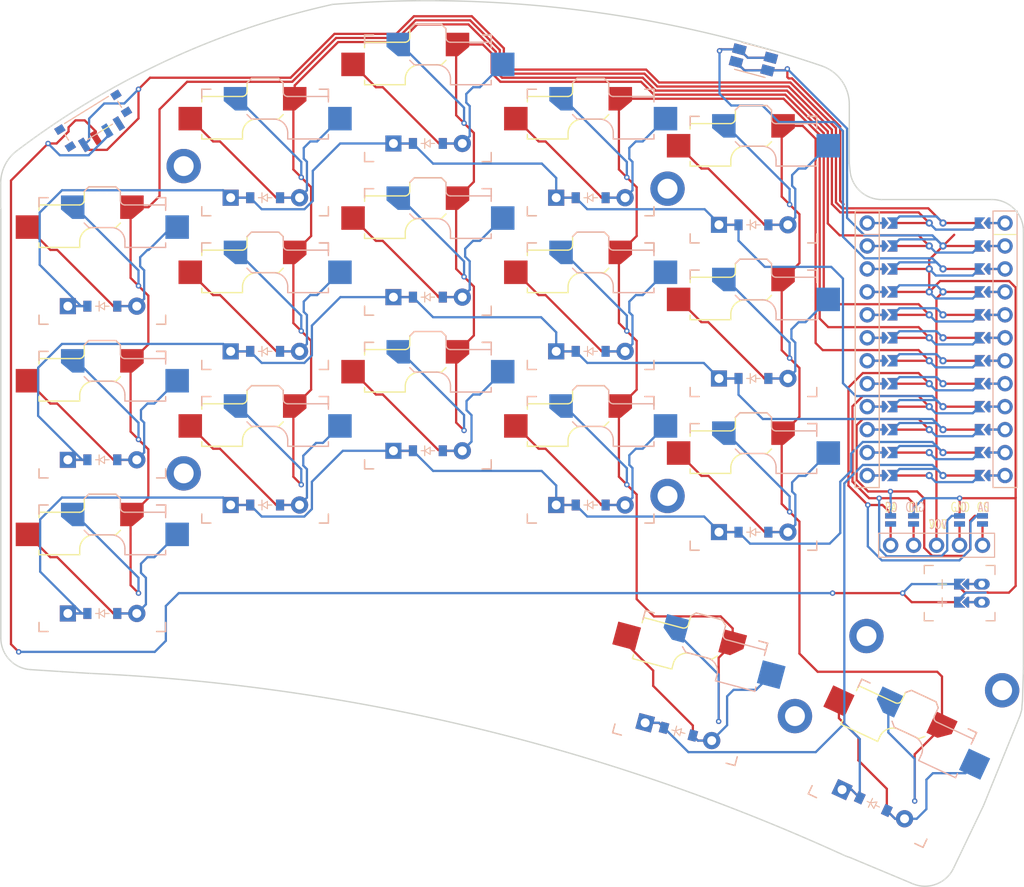
<source format=kicad_pcb>
(kicad_pcb (version 20211014) (generator pcbnew)
  (title_block (title "snak") (rev "v1.0.0") (company "Unknown"))
  (layers (0 "F.Cu" signal) (31 "B.Cu" signal) (34 "B.Paste" user) (35 "F.Paste" user) (36 "B.SilkS" user "B.Silkscreen") (37 "F.SilkS" user "F.Silkscreen") (38 "B.Mask" user) (39 "F.Mask" user) (44 "Edge.Cuts" user))
  (net 0 "")
  (net 1 "RAW")
  (net 2 "GND")
  (net 3 "RST")
  (net 4 "VCC")
  (net 5 "P21")
  (net 6 "P20")
  (net 7 "P19")
  (net 8 "P18")
  (net 9 "P15")
  (net 10 "P14")
  (net 11 "P16")
  (net 12 "P10")
  (net 13 "P1")
  (net 14 "P0")
  (net 15 "P2")
  (net 16 "P3")
  (net 17 "P4")
  (net 18 "P5")
  (net 19 "P6")
  (net 20 "P7")
  (net 21 "P8")
  (net 22 "P9")
  (net 23 "MCU1_24")
  (net 24 "MCU1_1")
  (net 25 "MCU1_2")
  (net 26 "MCU1_23")
  (net 27 "MCU1_22")
  (net 28 "MCU1_3")
  (net 29 "MCU1_21")
  (net 30 "MCU1_4")
  (net 31 "MCU1_5")
  (net 32 "MCU1_20")
  (net 33 "MCU1_6")
  (net 34 "MCU1_19")
  (net 35 "MCU1_7")
  (net 36 "MCU1_18")
  (net 37 "MCU1_8")
  (net 38 "MCU1_17")
  (net 39 "MCU1_9")
  (net 40 "MCU1_16")
  (net 41 "MCU1_15")
  (net 42 "MCU1_10")
  (net 43 "MCU1_14")
  (net 44 "MCU1_11")
  (net 45 "MCU1_13")
  (net 46 "MCU1_12")
  (net 47 "DISP1_1")
  (net 48 "DISP1_2")
  (net 49 "DISP1_4")
  (net 50 "DISP1_5")
  (net 51 "pinky_bot")
  (net 52 "pinky_mid")
  (net 53 "pinky_top")
  (net 54 "ring_bot")
  (net 55 "ring_mid")
  (net 56 "ring_top")
  (net 57 "middle_bot")
  (net 58 "middle_mid")
  (net 59 "middle_top")
  (net 60 "index_bot")
  (net 61 "index_mid")
  (net 62 "index_top")
  (net 63 "inner_bot")
  (net 64 "inner_mid")
  (net 65 "inner_top")
  (net 66 "out_home")
  (net 67 "in_home")
  (net 68 "pos")
  (net 69 "JST1_1")
  (net 70 "JST1_2")
  (footprint "VIA-0.6mm" (layer "F.Cu") (at 168.25 42.75)
    (fp_text reference "REF**" hide)
    (fp_text value "VIA-0.6mm" hide)
  )
  (footprint "ComboDiode" (layer "F.Cu") (at 185.254964 126.104413 -25)
    (fp_text reference "D17" hide)
    (fp_text value "" hide)
  )
  (footprint "mounting_hole" (layer "F.Cu") (at 184.5 107.5)
    (fp_text reference "H6" hide)
    (fp_text value "")
  )
  (footprint "PG1350" (layer "F.Cu") (at 154 71)
    (fp_text reference "S11" hide)
    (fp_text value "")
  )
  (footprint "PG1350" (layer "F.Cu") (at 118 71)
    (fp_text reference "S5" hide)
    (fp_text value "")
  )
  (footprint "VIA-0.6mm" (layer "F.Cu") (at 187.15 91.5)
    (fp_text reference "REF**" hide)
    (fp_text value "VIA-0.6mm" hide)
  )
  (footprint "mounting_hole" (layer "F.Cu") (at 109 55.5)
    (fp_text reference "H1" hide)
    (fp_text value "")
  )
  (footprint "VIA-0.6mm" (layer "F.Cu") (at 104 47)
    (fp_text reference "REF**" hide)
    (fp_text value "VIA-0.6mm" hide)
  )
  (footprint "ComboDiode" (layer "F.Cu") (at 154 76)
    (fp_text reference "D11" hide)
    (fp_text value "" hide)
  )
  (footprint "ComboDiode" (layer "F.Cu") (at 136 70)
    (fp_text reference "D8" hide)
    (fp_text value "" hide)
  )
  (footprint "VIA-0.6mm" (layer "F.Cu") (at 185.9 92.25)
    (fp_text reference "REF**" hide)
    (fp_text value "VIA-0.6mm" hide)
  )
  (footprint "ComboDiode" (layer "F.Cu") (at 136 87)
    (fp_text reference "D7" hide)
    (fp_text value "" hide)
  )
  (footprint "ComboDiode" (layer "F.Cu") (at 172 96)
    (fp_text reference "D13" hide)
    (fp_text value "" hide)
  )
  (footprint "ComboDiode" (layer "F.Cu") (at 118 93)
    (fp_text reference "D4" hide)
    (fp_text value "" hide)
  )
  (footprint "VIA-0.6mm" (layer "F.Cu") (at 90.75 109.25)
    (fp_text reference "REF**" hide)
    (fp_text value "VIA-0.6mm" hide)
  )
  (footprint "ComboDiode" (layer "F.Cu") (at 154 93)
    (fp_text reference "D10" hide)
    (fp_text value "" hide)
  )
  (footprint "PG1350" (layer "F.Cu") (at 172 57)
    (fp_text reference "S15" hide)
    (fp_text value "")
  )
  (footprint "PG1350" (layer "F.Cu") (at 154 88)
    (fp_text reference "S10" hide)
    (fp_text value "")
  )
  (footprint "VIA-0.6mm" (layer "F.Cu") (at 194.8 92.25)
    (fp_text reference "REF**" hide)
    (fp_text value "VIA-0.6mm" hide)
  )
  (footprint "PG1350" (layer "F.Cu") (at 165 113.25 -15)
    (fp_text reference "S16" hide)
    (fp_text value "")
  )
  (footprint "VIA-0.6mm" (layer "F.Cu") (at 140 84.75)
    (fp_text reference "REF**" hide)
    (fp_text value "VIA-0.6mm" hide)
  )
  (footprint "PG1350" (layer "F.Cu") (at 100 66)
    (fp_text reference "S3" hide)
    (fp_text value "")
  )
  (footprint "nice_nano" (layer "F.Cu") (at 192.2 74.5)
    (fp_text reference "MCU1" hide)
    (fp_text value "")
  )
  (footprint "VIA-0.6mm" (layer "F.Cu") (at 158 56.75)
    (fp_text reference "REF**" hide)
    (fp_text value "VIA-0.6mm" hide)
  )
  (footprint "ComboDiode" (layer "F.Cu") (at 172 79)
    (fp_text reference "D14" hide)
    (fp_text value "" hide)
  )
  (footprint "sw_reset_side" (layer "F.Cu") (at 172 43.75 75)
    (fp_text reference "SW1" hide)
    (fp_text value "")
  )
  (footprint "PG1350" (layer "F.Cu") (at 136 82)
    (fp_text reference "S7" hide)
    (fp_text value "")
  )
  (footprint "PG1350" (layer "F.Cu") (at 118 54)
    (fp_text reference "S6" hide)
    (fp_text value "")
  )
  (footprint "PG1350" (layer "F.Cu") (at 100 100)
    (fp_text reference "S1" hide)
    (fp_text value "")
  )
  (footprint "PG1350" (layer "F.Cu") (at 136 65)
    (fp_text reference "S8" hide)
    (fp_text value "")
  )
  (footprint "PG1350" (layer "F.Cu") (at 154 54)
    (fp_text reference "S12" hide)
    (fp_text value "")
  )
  (footprint "ComboDiode" (layer "F.Cu") (at 100 105)
    (fp_text reference "D1" hide)
    (fp_text value "" hide)
  )
  (footprint "ComboDiode" (layer "F.Cu") (at 172 62)
    (fp_text reference "D15" hide)
    (fp_text value "" hide)
  )
  (footprint "VIA-0.6mm" (layer "F.Cu") (at 176 76.75)
    (fp_text reference "REF**" hide)
    (fp_text value "VIA-0.6mm" hide)
  )
  (footprint "VIA-0.6mm" (layer "F.Cu") (at 122 73.75)
    (fp_text reference "REF**" hide)
    (fp_text value "VIA-0.6mm" hide)
  )
  (footprint "PG1350" (layer "F.Cu") (at 118 88)
    (fp_text reference "S4" hide)
    (fp_text value "")
  )
  (footprint "nice!view" (layer "F.Cu") (at 192.25 80.75)
    (fp_text reference "DISP1" hide)
    (fp_text value "")
  )
  (footprint "ComboDiode" (layer "F.Cu") (at 154 59)
    (fp_text reference "D12" hide)
    (fp_text value "" hide)
  )
  (footprint "JST_PH_S2B-PH-K" (layer "F.Cu") (at 197.25 102.75 -90)
    (fp_text reference "JST1" hide)
    (fp_text value "")
  )
  (footprint "VIA-0.6mm" (layer "F.Cu") (at 168.151951 116.941572 -15)
    (fp_text reference "REF**" hide)
    (fp_text value "VIA-0.6mm" hide)
  )
  (footprint "VIA-0.6mm" (layer "F.Cu") (at 140 67.75)
    (fp_text reference "REF**" hide)
    (fp_text value "VIA-0.6mm" hide)
  )
  (footprint "ComboDiode" (layer "F.Cu") (at 100 88)
    (fp_text reference "D2" hide)
    (fp_text value "" hide)
  )
  (footprint "VIA-0.6mm" (layer "F.Cu") (at 94 53)
    (fp_text reference "REF**" hide)
    (fp_text value "VIA-0.6mm" hide)
  )
  (footprint "VIA-0.6mm" (layer "F.Cu") (at 180.75 102.75)
    (fp_text reference "REF**" hide)
    (fp_text value "VIA-0.6mm" hide)
  )
  (footprint "VIA-0.6mm" (layer "F.Cu") (at 175.75 44.75)
    (fp_text reference "REF**" hide)
    (fp_text value "VIA-0.6mm" hide)
  )
  (footprint "VIA-0.6mm" (layer "F.Cu") (at 176 59.75)
    (fp_text reference "REF**" hide)
    (fp_text value "VIA-0.6mm" hide)
  )
  (footprint "ComboDiode" (layer "F.Cu") (at 118 76)
    (fp_text reference "D5" hide)
    (fp_text value "" hide)
  )
  (footprint "mounting_hole" (layer "F.Cu") (at 109 89.5)
    (fp_text reference "H2" hide)
    (fp_text value "")
  )
  (footprint "power_switch" (layer "F.Cu") (at 99 50.5 121.75)
    (fp_text reference "SW2" hide)
    (fp_text value "")
  )
  (footprint "PG1350" (layer "F.Cu") (at 136 48)
    (fp_text reference "S9" hide)
    (fp_text value "")
  )
  (footprint "ComboDiode" (layer "F.Cu") (at 118 59)
    (fp_text reference "D6" hide)
    (fp_text value "" hide)
  )
  (footprint "VIA-0.6mm" (layer "F.Cu") (at 184.65 93)
    (fp_text reference "REF**" hide)
    (fp_text value "VIA-0.6mm" hide)
  )
  (footprint "VIA-0.6mm" (layer "F.Cu") (at 189.831086 125.755693 -25)
    (fp_text reference "REF**" hide)
    (fp_text value "VIA-0.6mm" hide)
  )
  (footprint "VIA-0.6mm" (layer "F.Cu") (at 158 73.75)
    (fp_text reference "REF**" hide)
    (fp_text value "VIA-0.6mm" hide)
  )
  (footprint "VIA-0.6mm" (layer "F.Cu") (at 104 85.75)
    (fp_text reference "REF**" hide)
    (fp_text value "VIA-0.6mm" hide)
  )
  (footprint "VIA-0.6mm" (layer "F.Cu") (at 122 90.75)
    (fp_text reference "REF**" hide)
    (fp_text value "VIA-0.6mm" hide)
  )
  (footprint "VIA-0.6mm" (layer "F.Cu") (at 104 102.75)
    (fp_text reference "REF**" hide)
    (fp_text value "VIA-0.6mm" hide)
  )
  (footprint "mounting_hole" (layer "F.Cu") (at 176.59111 116.355829 -15)
    (fp_text reference "H5" hide)
    (fp_text value "")
  )
  (footprint "ComboDiode" (layer "F.Cu") (at 136 53)
    (fp_text reference "D9" hide)
    (fp_text value "" hide)
  )
  (footprint "PG1350" (layer "F.Cu") (at 187.368055 121.572874 -25)
    (fp_text reference "S17" hide)
    (fp_text value "")
  )
  (footprint "VIA-0.6mm" (layer "F.Cu") (at 140 50.75)
    (fp_text reference "REF**" hide)
    (fp_text value "VIA-0.6mm" hide)
  )
  (footprint "PG1350" (layer "F.Cu") (at 172 91)
    (fp_text reference "S13" hide)
    (fp_text value "")
  )
  (footprint "PG1350" (layer "F.Cu") (at 100 83)
    (fp_text reference "S2" hide)
    (fp_text value "")
  )
  (footprint "VIA-0.6mm" (layer "F.Cu") (at 104 68.75)
    (fp_text reference "REF**" hide)
    (fp_text value "VIA-0.6mm" hide)
  )
  (footprint "mounting_hole" (layer "F.Cu") (at 162.5 58)
    (fp_text reference "H3" hide)
    (fp_text value "")
  )
  (footprint "VIA-0.6mm" (layer "F.Cu") (at 122 56.75)
    (fp_text reference "REF**" hide)
    (fp_text value "VIA-0.6mm" hide)
  )
  (footprint "ComboDiode" (layer "F.Cu") (at 100 71)
    (fp_text reference "D3" hide)
    (fp_text value "" hide)
  )
  (footprint "mounting_hole" (layer "F.Cu") (at 162.5 92)
    (fp_text reference "H4" hide)
    (fp_text value "")
  )
  (footprint "VIA-0.6mm" (layer "F.Cu") (at 158 90.75)
    (fp_text reference "REF**" hide)
    (fp_text value "VIA-0.6mm" hide)
  )
  (footprint "VIA-0.6mm" (layer "F.Cu") (at 176 93.75)
    (fp_text reference "REF**" hide)
    (fp_text value "VIA-0.6mm" hide)
  )
  (footprint "ComboDiode" (layer "F.Cu") (at 163.705905 118.079629 -15)
    (fp_text reference "D16" hide)
    (fp_text value "" hide)
  )
  (footprint "mounting_hole" (layer "F.Cu") (at 199.5 113.5)
    (fp_text reference "H7" hide)
    (fp_text value "")
  )
  (footprint "PG1350" (layer "F.Cu") (at 172 74)
    (fp_text reference "S14" hide)
    (fp_text value "")
  )
  (footprint "VIA-0.6mm" (layer "F.Cu") (at 188.5 102.75)
    (fp_text reference "REF**" hide)
    (fp_text value "VIA-0.6mm" hide)
  )
  (gr_arc (start 186.167457 59.200001) (mid 183.818938 58.295085) (end 182.684826 56.048263) (layer "Edge.Cuts") (width 0.15))
  (gr_line (start 201.700166 115.147917) (end 201.673724 115.621073) (layer "Edge.Cuts") (width 0.15))
  (gr_line (start 186.167457 59.2) (end 198.354 59.2) (layer "Edge.Cuts") (width 0.15))
  (gr_arc (start 197.477257 126.169249) (mid 197.435646 126.267504) (end 197.391059 126.364446) (layer "Edge.Cuts") (width 0.15))
  (gr_line (start 197.391059 126.364446) (end 194.125767 133.187905) (layer "Edge.Cuts") (width 0.15))
  (gr_line (start 95.596516 111.439775) (end 92.054662 111.211269) (layer "Edge.Cuts") (width 0.15))
  (gr_arc (start 182.284709 131.877558) (mid 182.53032 131.949941) (end 182.769982 132.040086) (layer "Edge.Cuts") (width 0.15))
  (gr_arc (start 98.560531 111.625033) (mid 141.400847 117.707292) (end 182.284708 131.87756) (layer "Edge.Cuts") (width 0.15))
  (gr_line (start 201.673724 115.621073) (end 201.49449 116.265724) (layer "Edge.Cuts") (width 0.15))
  (gr_arc (start 179.551724 44.417969) (mid 181.759423 46.058473) (end 182.6 48.67737) (layer "Edge.Cuts") (width 0.15))
  (gr_line (start 201.854 110.8) (end 201.851885 111.334774) (layer "Edge.Cuts") (width 0.15))
  (gr_arc (start 125.4 37.616791) (mid 152.82314 38.252316) (end 179.551724 44.417969) (layer "Edge.Cuts") (width 0.15))
  (gr_arc (start 198.354 59.2) (mid 200.828874 60.225126) (end 201.854 62.7) (layer "Edge.Cuts") (width 0.15))
  (gr_arc (start 194.125767 133.187905) (mid 192.214873 134.947708) (end 189.617439 134.905758) (layer "Edge.Cuts") (width 0.15))
  (gr_line (start 201.854 62.7) (end 201.854 110.8) (layer "Edge.Cuts") (width 0.15))
  (gr_arc (start 95.603529 111.44022) (mid 95.600022 111.439999) (end 95.596515 111.439775) (layer "Edge.Cuts") (width 0.15))
  (gr_line (start 88.76 60.2) (end 88.78 60.2) (layer "Edge.Cuts") (width 0.15))
  (gr_line (start 201.746547 114.684058) (end 201.700166 115.147917) (layer "Edge.Cuts") (width 0.15))
  (gr_line (start 125.4 37.616791) (end 125.4 37.625146) (layer "Edge.Cuts") (width 0.15))
  (gr_line (start 88.78 107.71853) (end 88.78 60.2) (layer "Edge.Cuts") (width 0.15))
  (gr_line (start 182.6 55.2) (end 182.6 48.67737) (layer "Edge.Cuts") (width 0.15))
  (gr_line (start 98.560531 111.625033) (end 95.60353 111.440221) (layer "Edge.Cuts") (width 0.15))
  (gr_line (start 88.76 57.397222) (end 88.76 60.2) (layer "Edge.Cuts") (width 0.15))
  (gr_line (start 189.617439 134.905758) (end 182.769982 132.040086) (layer "Edge.Cuts") (width 0.15))
  (gr_line (start 182.6 55.2) (end 182.684826 56.048263) (layer "Edge.Cuts") (width 0.15))
  (gr_arc (start 88.76 57.397222) (mid 89.22861 55.397748) (end 90.536842 53.814707) (layer "Edge.Cuts") (width 0.15))
  (gr_line (start 201.49449 116.265724) (end 197.477257 126.169249) (layer "Edge.Cuts") (width 0.15))
  (gr_arc (start 90.536842 53.814708) (mid 107.09402 43.836962) (end 125.4 37.625146) (layer "Edge.Cuts") (width 0.15))
  (gr_arc (start 92.054662 111.211269) (mid 89.7267 110.11241) (end 88.78 107.71853) (layer "Edge.Cuts") (width 0.15))
  (gr_line (start 201.851885 111.334774) (end 201.746547 114.684058) (layer "Edge.Cuts") (width 0.15))
  (segment (start 132.502208 40.875) (end 134.452208 38.925) (width 0.25) (layer "F.Cu") (net 1))
  (segment (start 97.999689 53.159342) (end 98.544523 53.704176) (width 0.25) (layer "F.Cu") (net 1))
  (segment (start 161.559188 46.25) (end 176.080204 46.25) (width 0.25) (layer "F.Cu") (net 1))
  (segment (start 104 50.223147) (end 104 47) (width 0.25) (layer "F.Cu") (net 1))
  (segment (start 98.544523 53.704176) (end 100.518971 53.704176) (width 0.25) (layer "F.Cu") (net 1))
  (segment (start 120.813605 45.724999) (end 125.663604 40.875) (width 0.25) (layer "F.Cu") (net 1))
  (segment (start 181.786396 60.175) (end 191.337 60.175) (width 0.25) (layer "F.Cu") (net 1))
  (segment (start 140.859188 38.925) (end 144.4 42.465812) (width 0.25) (layer "F.Cu") (net 1))
  (segment (start 105.275001 45.724999) (end 120.813605 45.724999) (width 0.25) (layer "F.Cu") (net 1))
  (segment (start 181.125 51.294796) (end 181.125 59.513604) (width 0.25) (layer "F.Cu") (net 1))
  (segment (start 125.663604 40.875) (end 132.502208 40.875) (width 0.25) (layer "F.Cu") (net 1))
  (segment (start 104 47) (end 105.275001 45.724999) (width 0.25) (layer "F.Cu") (net 1))
  (segment (start 160.134187 44.824999) (end 161.559188 46.25) (width 0.25) (layer "F.Cu") (net 1))
  (segment (start 134.452208 38.925) (end 140.859188 38.925) (width 0.25) (layer "F.Cu") (net 1))
  (segment (start 176.080204 46.25) (end 181.125 51.294796) (width 0.25) (layer "F.Cu") (net 1))
  (segment (start 144.584187 44.824999) (end 160.134187 44.824999) (width 0.25) (layer "F.Cu") (net 1))
  (segment (start 144.4 44.640812) (end 144.584187 44.824999) (width 0.25) (layer "F.Cu") (net 1))
  (segment (start 192.96 61.8) (end 196.97 61.8) (width 0.25) (layer "F.Cu") (net 1))
  (segment (start 181.125 59.513604) (end 181.786396 60.175) (width 0.25) (layer "F.Cu") (net 1))
  (segment (start 100.518971 53.704176) (end 104 50.223147) (width 0.25) (layer "F.Cu") (net 1))
  (segment (start 191.337 60.175) (end 192.962 61.8) (width 0.25) (layer "F.Cu") (net 1))
  (segment (start 144.4 42.465812) (end 144.4 44.640812) (width 0.25) (layer "F.Cu") (net 1))
  (segment (start 102.425 48.575) (end 104 47) (width 0.25) (layer "B.Cu") (net 1))
  (segment (start 192.96 61.8) (end 192.24 61.07) (width 0.25) (layer "B.Cu") (net 1))
  (segment (start 98.536317 52.622714) (end 98.536317 50.248748) (width 0.25) (layer "B.Cu") (net 1))
  (segment (start 188.15 61.07) (end 187.42 61.8) (width 0.25) (layer "B.Cu") (net 1))
  (segment (start 98.536317 50.248748) (end 100.210065 48.575) (width 0.25) (layer "B.Cu") (net 1))
  (segment (start 97.999689 53.159342) (end 98.536317 52.622714) (width 0.25) (layer "B.Cu") (net 1))
  (segment (start 100.210065 48.575) (end 102.425 48.575) (width 0.25) (layer "B.Cu") (net 1))
  (segment (start 192.24 61.07) (end 188.15 61.07) (width 0.25) (layer "B.Cu") (net 1))
  (segment (start 171.006733 44.911341) (end 173.552317 44.911341) (width 0.25) (layer "F.Cu") (net 2))
  (segment (start 196.97 64.34) (end 192.96 64.34) (width 0.25) (layer "F.Cu") (net 2))
  (segment (start 200.25 102.7) (end 200.995 101.955) (width 0.25) (layer "F.Cu") (net 2))
  (segment (start 187.42 69.42) (end 191.44 69.42) (width 0.25) (layer "F.Cu") (net 2))
  (segment (start 175.588659 44.911341) (end 175.75 44.75) (width 0.25) (layer "F.Cu") (net 2))
  (segment (start 170.074984 43.979592) (end 171.006733 44.911341) (width 0.25) (layer "F.Cu") (net 2))
  (segment (start 200.286701 68.225) (end 192.633 68.225) (width 0.25) (layer "F.Cu") (net 2))
  (segment (start 195.359 102.675) (end 197.908148 102.675) (width 0.25) (layer "F.Cu") (net 2))
  (segment (start 191.438 65.864) (end 191.438 66.88) (width 0.25) (layer "F.Cu") (net 2))
  (segment (start 187.42 66.88) (end 191.44 66.88) (width 0.25) (layer "F.Cu") (net 2))
  (segment (start 200.925 92.25) (end 200.995 92.18) (width 0.25) (layer "F.Cu") (net 2))
  (segment (start 191.438 66.88) (end 191.438 69.42) (width 0.25) (layer "F.Cu") (net 2))
  (segment (start 200.995 68.933299) (end 200.286701 68.225) (width 0.25) (layer "F.Cu") (net 2))
  (segment (start 175.893808 45.8) (end 175.75 45.656192) (width 0.25) (layer "F.Cu") (net 2))
  (segment (start 181.972792 59.725) (end 181.586396 59.338604) (width 0.25) (layer "F.Cu") (net 2))
  (segment (start 173.552317 44.911341) (end 175.588659 44.911341) (width 0.25) (layer "F.Cu") (net 2))
  (segment (start 200.995 92.18) (end 200.995 68.933299) (width 0.25) (layer "F.Cu") (net 2))
  (segment (start 194.79 94.2) (end 194.79 92.26) (width 0.25) (layer "F.Cu") (net 2))
  (segment (start 192.633 68.225) (end 191.438 69.42) (width 0.25) (layer "F.Cu") (net 2))
  (segment (start 194.434 101.75) (end 195.359 102.675) (width 0.25) (layer "F.Cu") (net 2))
  (segment (start 194.8 92.25) (end 200.925 92.25) (width 0.25) (layer "F.Cu") (net 2))
  (segment (start 197.908148 102.675) (end 197.933148 102.7) (width 0.25) (layer "F.Cu") (net 2))
  (segment (start 197.933148 102.7) (end 200.25 102.7) (width 0.25) (layer "F.Cu") (net 2))
  (segment (start 175.75 45.656192) (end 175.75 44.75) (width 0.25) (layer "F.Cu") (net 2))
  (segment (start 176.2666 45.8) (end 175.893808 45.8) (width 0.25) (layer "F.Cu") (net 2))
  (segment (start 194.79 92.26) (end 194.8 92.25) (width 0.25) (layer "F.Cu") (net 2))
  (segment (start 181.586396 59.338604) (end 181.586396 51.119796) (width 0.25) (layer "F.Cu") (net 2))
  (segment (start 200.995 101.955) (end 200.995 92.18) (width 0.25) (layer "F.Cu") (net 2))
  (segment (start 192.962 64.34) (end 191.438 65.864) (width 0.25) (layer "F.Cu") (net 2))
  (segment (start 194.202 63.1) (end 192.962 64.34) (width 0.25) (layer "F.Cu") (net 2))
  (segment (start 181.586396 51.119796) (end 176.2666 45.8) (width 0.25) (layer "F.Cu") (net 2))
  (segment (start 192.24 63.61) (end 188.15 63.61) (width 0.25) (layer "B.Cu") (net 2))
  (segment (start 191.787 63.165) (end 192.962 64.34) (width 0.25) (layer "B.Cu") (net 2))
  (segment (start 196.25 70.15) (end 196.97 69.42) (width 0.25) (layer "B.Cu") (net 2))
  (segment (start 171.006733 44.911341) (end 173.552317 44.911341) (width 0.25) (layer "B.Cu") (net 2))
  (segment (start 192.16 70.15) (end 196.25 70.15) (width 0.25) (layer "B.Cu") (net 2))
  (segment (start 190.825 92.25) (end 194.8 92.25) (width 0.25) (layer "B.Cu") (net 2))
  (segment (start 192.96 64.34) (end 192.24 63.61) (width 0.25) (layer "B.Cu") (net 2))
  (segment (start 189.71 94.2) (end 189.71 93.365) (width 0.25) (layer "B.Cu") (net 2))
  (segment (start 175.75 44.75) (end 182.35 51.35) (width 0.25) (layer "B.Cu") (net 2))
  (segment (start 188.15 63.61) (end 187.42 64.34) (width 0.25) (layer "B.Cu") (net 2))
  (segment (start 170.074984 43.979592) (end 171.006733 44.911341) (width 0.25) (layer "B.Cu") (net 2))
  (segment (start 191.44 69.42) (end 192.16 70.15) (width 0.25) (layer "B.Cu") (net 2))
  (segment (start 173.552317 44.911341) (end 175.588659 44.911341) (width 0.25) (layer "B.Cu") (net 2))
  (segment (start 196.25 67.61) (end 196.97 66.88) (width 0.25) (layer "B.Cu") (net 2))
  (segment (start 182.35 61.231701) (end 184.283299 63.165) (width 0.25) (layer "B.Cu") (net 2))
  (segment (start 182.35 51.35) (end 182.35 61.231701) (width 0.25) (layer "B.Cu") (net 2))
  (segment (start 184.283299 63.165) (end 191.787 63.165) (width 0.25) (layer "B.Cu") (net 2))
  (segment (start 195.484 102.7) (end 197.675 102.7) (width 0.25) (layer "B.Cu") (net 2))
  (segment (start 189.71 93.365) (end 190.825 92.25) (width 0.25) (layer "B.Cu") (net 2))
  (segment (start 191.44 66.88) (end 192.16 67.61) (width 0.25) (layer "B.Cu") (net 2))
  (segment (start 194.434 103.75) (end 195.484 102.7) (width 0.25) (layer "B.Cu") (net 2))
  (segment (start 175.588659 44.911341) (end 175.75 44.75) (width 0.25) (layer "B.Cu") (net 2))
  (segment (start 192.16 67.61) (end 196.25 67.61) (width 0.25) (layer "B.Cu") (net 2))
  (segment (start 196.97 66.88) (end 192.96 66.88) (width 0.25) (layer "F.Cu") (net 3))
  (segment (start 171.379432 43.520408) (end 173.925016 43.520408) (width 0.25) (layer "F.Cu") (net 3))
  (segment (start 170.447683 42.588659) (end 168.411341 42.588659) (width 0.25) (layer "F.Cu") (net 3))
  (segment (start 170.447683 42.588659) (end 171.379432 43.520408) (width 0.25) (layer "F.Cu") (net 3))
  (segment (start 168.411341 42.588659) (end 168.25 42.75) (width 0.25) (layer "F.Cu") (net 3))
  (segment (start 170.447683 42.588659) (end 171.379432 43.520408) (width 0.25) (layer "B.Cu") (net 3))
  (segment (start 168.25 42.75) (end 168.25 47.5) (width 0.25) (layer "B.Cu") (net 3))
  (segment (start 174.1 49.925) (end 174.8 50.625) (width 0.25) (layer "B.Cu") (net 3))
  (segment (start 168.25 47.5) (end 169.55 48.8) (width 0.25) (layer "B.Cu") (net 3))
  (segment (start 191.787 65.705) (end 192.962 66.88) (width 0.25) (layer "B.Cu") (net 3))
  (segment (start 180.9 50.625) (end 181.9 51.625) (width 0.25) (layer "B.Cu") (net 3))
  (segment (start 188.15 66.15) (end 187.42 66.88) (width 0.25) (layer "B.Cu") (net 3))
  (segment (start 192.24 66.15) (end 188.15 66.15) (width 0.25) (layer "B.Cu") (net 3))
  (segment (start 168.411341 42.588659) (end 168.25 42.75) (width 0.25) (layer "B.Cu") (net 3))
  (segment (start 184.283299 65.705) (end 191.787 65.705) (width 0.25) (layer "B.Cu") (net 3))
  (segment (start 170.447683 42.588659) (end 168.411341 42.588659) (width 0.25) (layer "B.Cu") (net 3))
  (segment (start 169.55 48.8) (end 173 48.8) (width 0.25) (layer "B.Cu") (net 3))
  (segment (start 181.9 63.321701) (end 184.283299 65.705) (width 0.25) (layer "B.Cu") (net 3))
  (segment (start 173 48.8) (end 174.1 49.9) (width 0.25) (layer "B.Cu") (net 3))
  (segment (start 192.96 66.88) (end 192.24 66.15) (width 0.25) (layer "B.Cu") (net 3))
  (segment (start 174.8 50.625) (end 180.9 50.625) (width 0.25) (layer "B.Cu") (net 3))
  (segment (start 181.9 51.625) (end 181.9 63.321701) (width 0.25) (layer "B.Cu") (net 3))
  (segment (start 171.379432 43.520408) (end 173.925016 43.520408) (width 0.25) (layer "B.Cu") (net 3))
  (segment (start 174.1 49.9) (end 174.1 49.925) (width 0.25) (layer "B.Cu") (net 3))
  (segment (start 192.25 97.45) (end 192.237 97.437) (width 0.25) (layer "F.Cu") (net 4))
  (segment (start 196.97 69.42) (end 192.96 69.42) (width 0.25) (layer "F.Cu") (net 4))
  (segment (start 192.237 70.145) (end 192.962 69.42) (width 0.25) (layer "F.Cu") (net 4))
  (segment (start 192.237 97.437) (end 192.237 70.145) (width 0.25) (layer "F.Cu") (net 4))
  (segment (start 192.24 68.69) (end 188.15 68.69) (width 0.25) (layer "B.Cu") (net 4))
  (segment (start 188.15 68.69) (end 187.42 69.42) (width 0.25) (layer "B.Cu") (net 4))
  (segment (start 192.96 69.42) (end 192.24 68.69) (width 0.25) (layer "B.Cu") (net 4))
  (segment (start 196.97 71.96) (end 192.96 71.96) (width 0.25) (layer "F.Cu") (net 5))
  (segment (start 192.24 71.23) (end 188.15 71.23) (width 0.25) (layer "B.Cu") (net 5))
  (segment (start 192.96 71.96) (end 192.24 71.23) (width 0.25) (layer "B.Cu") (net 5))
  (segment (start 188.15 71.23) (end 187.42 71.96) (width 0.25) (layer "B.Cu") (net 5))
  (segment (start 196.97 74.5) (end 192.96 74.5) (width 0.25) (layer "F.Cu") (net 6))
  (segment (start 192.24 73.77) (end 188.15 73.77) (width 0.25) (layer "B.Cu") (net 6))
  (segment (start 188.15 73.77) (end 187.42 74.5) (width 0.25) (layer "B.Cu") (net 6))
  (segment (start 192.96 74.5) (end 192.24 73.77) (width 0.25) (layer "B.Cu") (net 6))
  (segment (start 196.97 77.04) (end 192.96 77.04) (width 0.25) (layer "F.Cu") (net 7))
  (segment (start 192.24 76.31) (end 188.15 76.31) (width 0.25) (layer "B.Cu") (net 7))
  (segment (start 192.96 77.04) (end 192.24 76.31) (width 0.25) (layer "B.Cu") (net 7))
  (segment (start 188.15 76.31) (end 187.42 77.04) (width 0.25) (layer "B.Cu") (net 7))
  (segment (start 196.97 79.58) (end 192.96 79.58) (width 0.25) (layer "F.Cu") (net 8))
  (segment (start 192.96 79.58) (end 192.24 78.85) (width 0.25) (layer "B.Cu") (net 8))
  (segment (start 192.24 78.85) (end 188.15 78.85) (width 0.25) (layer "B.Cu") (net 8))
  (segment (start 188.15 78.85) (end 187.42 79.58) (width 0.25) (layer "B.Cu") (net 8))
  (segment (start 168.19 62) (end 170.35 62) (width 0.25) (layer "F.Cu") (net 9))
  (segment (start 114.19 59) (end 116.35 59) (width 0.25) (layer "F.Cu") (net 9))
  (segment (start 96.19 71) (end 98.35 71) (width 0.25) (layer "F.Cu") (net 9))
  (segment (start 132.19 53) (end 134.35 53) (width 0.25) (layer "F.Cu") (net 9))
  (segment (start 150.19 59) (end 152.35 59) (width 0.25) (layer "F.Cu") (net 9))
  (segment (start 196.97 82.12) (end 192.96 82.12) (width 0.25) (layer "F.Cu") (net 9))
  (segment (start 114.19 59) (end 116.35 59) (width 0.25) (layer "B.Cu") (net 9))
  (segment (start 117.6275 60.2775) (end 122.3475 60.2775) (width 0.25) (layer "B.Cu") (net 9))
  (segment (start 136.575901 55.225901) (end 148.6 55.225901) (width 0.25) (layer "B.Cu") (net 9))
  (segment (start 181.9 79.525) (end 183.32 80.945) (width 0.25) (layer "B.Cu") (net 9))
  (segment (start 95.540381 58.174999) (end 93.075 60.64038) (width 0.25) (layer "B.Cu") (net 9))
  (segment (start 93.075 66.425) (end 97.65 71) (width 0.25) (layer "B.Cu") (net 9))
  (segment (start 132.19 53) (end 134.35 53) (width 0.25) (layer "B.Cu") (net 9))
  (segment (start 148.6 55.225901) (end 150.19 56.815901) (width 0.25) (layer "B.Cu") (net 9))
  (segment (start 126.3 53) (end 132.19 53) (width 0.25) (layer "B.Cu") (net 9))
  (segment (start 96.19 71) (end 98.35 71) (width 0.25) (layer "B.Cu") (net 9))
  (segment (start 123.275 59.35) (end 123.275 56.025) (width 0.25) (layer "B.Cu") (net 9))
  (segment (start 150.19 59) (end 152.35 59) (width 0.25) (layer "B.Cu") (net 9))
  (segment (start 183.32 80.945) (end 191.787 80.945) (width 0.25) (layer "B.Cu") (net 9))
  (segment (start 150.19 56.815901) (end 150.19 59) (width 0.25) (layer "B.Cu") (net 9))
  (segment (start 180.6 66.65) (end 181.9 67.95) (width 0.25) (layer "B.Cu") (net 9))
  (segment (start 153.6275 60.2775) (end 166.6025 60.2775) (width 0.25) (layer "B.Cu") (net 9))
  (segment (start 114.19 59) (end 113.364999 58.174999) (width 0.25) (layer "B.Cu") (net 9))
  (segment (start 97.65 71) (end 98.35 71) (width 0.25) (layer "B.Cu") (net 9))
  (segment (start 116.35 59) (end 117.6275 60.2775) (width 0.25) (layer "B.Cu") (net 9))
  (segment (start 170.35 62) (end 170.35 63.75) (width 0.25) (layer "B.Cu") (net 9))
  (segment (start 134.35 53) (end 136.575901 55.225901) (width 0.25) (layer "B.Cu") (net 9))
  (segment (start 168.19 61.865) (end 168.19 62) (width 0.25) (layer "B.Cu") (net 9))
  (segment (start 93.075 60.64038) (end 93.075 66.425) (width 0.25) (layer "B.Cu") (net 9))
  (segment (start 122.3475 60.2775) (end 123.275 59.35) (width 0.25) (layer "B.Cu") (net 9))
  (segment (start 170.35 63.75) (end 173.25 66.65) (width 0.25) (layer "B.Cu") (net 9))
  (segment (start 173.25 66.65) (end 180.6 66.65) (width 0.25) (layer "B.Cu") (net 9))
  (segment (start 166.6025 60.2775) (end 168.19 61.865) (width 0.25) (layer "B.Cu") (net 9))
  (segment (start 123.275 56.025) (end 126.3 53) (width 0.25) (layer "B.Cu") (net 9))
  (segment (start 152.35 59) (end 153.6275 60.2775) (width 0.25) (layer "B.Cu") (net 9))
  (segment (start 181.9 67.95) (end 181.9 79.525) (width 0.25) (layer "B.Cu") (net 9))
  (segment (start 113.364999 58.174999) (end 95.540381 58.174999) (width 0.25) (layer "B.Cu") (net 9))
  (segment (start 192.24 81.39) (end 188.15 81.39) (width 0.25) (layer "B.Cu") (net 9))
  (segment (start 191.787 80.945) (end 192.962 82.12) (width 0.25) (layer "B.Cu") (net 9))
  (segment (start 168.19 62) (end 170.35 62) (width 0.25) (layer "B.Cu") (net 9))
  (segment (start 192.96 82.12) (end 192.24 81.39) (width 0.25) (layer "B.Cu") (net 9))
  (segment (start 188.15 81.39) (end 187.42 82.12) (width 0.25) (layer "B.Cu") (net 9))
  (segment (start 114.19 76) (end 116.35 76) (width 0.25) (layer "F.Cu") (net 10))
  (segment (start 196.97 84.66) (end 192.96 84.66) (width 0.25) (layer "F.Cu") (net 10))
  (segment (start 150.19 76) (end 152.35 76) (width 0.25) (layer "F.Cu") (net 10))
  (segment (start 132.19 70) (end 134.35 70) (width 0.25) (layer "F.Cu") (net 10))
  (segment (start 96.19 88) (end 98.35 88) (width 0.25) (layer "F.Cu") (net 10))
  (segment (start 168.19 79) (end 170.35 79) (width 0.25) (layer "F.Cu") (net 10))
  (segment (start 123.175 76.441658) (end 123.175 73.15) (width 0.25) (layer "B.Cu") (net 10))
  (segment (start 132.19 70) (end 134.35 70) (width 0.25) (layer "B.Cu") (net 10))
  (segment (start 114.19 76) (end 116.35 76) (width 0.25) (layer "B.Cu") (net 10))
  (segment (start 134.35 70) (end 136.575901 72.225901) (width 0.25) (layer "B.Cu") (net 10))
  (segment (start 96.19 88) (end 98.35 88) (width 0.25) (layer "B.Cu") (net 10))
  (segment (start 168.19 78.965) (end 168.19 79) (width 0.25) (layer "B.Cu") (net 10))
  (segment (start 117.6275 77.2775) (end 122.339158 77.2775) (width 0.25) (layer "B.Cu") (net 10))
  (segment (start 191.787 83.485) (end 173.035 83.485) (width 0.25) (layer "B.Cu") (net 10))
  (segment (start 192.962 84.66) (end 191.787 83.485) (width 0.25) (layer "B.Cu") (net 10))
  (segment (start 192.24 83.93) (end 188.15 83.93) (width 0.25) (layer "B.Cu") (net 10))
  (segment (start 114.19 76) (end 113.364999 75.174999) (width 0.25) (layer "B.Cu") (net 10))
  (segment (start 173.035 83.485) (end 170.35 80.8) (width 0.25) (layer "B.Cu") (net 10))
  (segment (start 126.325 70) (end 132.19 70) (width 0.25) (layer "B.Cu") (net 10))
  (segment (start 97.766314 88) (end 98.35 88) (width 0.25) (layer "B.Cu") (net 10))
  (segment (start 113.364999 75.174999) (end 95.540381 75.174999) (width 0.25) (layer "B.Cu") (net 10))
  (segment (start 95.540381 75.174999) (end 92.9 77.81538) (width 0.25) (layer "B.Cu") (net 10))
  (segment (start 116.35 76) (end 117.6275 77.2775) (width 0.25) (layer "B.Cu") (net 10))
  (segment (start 166.5025 77.2775) (end 168.19 78.965) (width 0.25) (layer "B.Cu") (net 10))
  (segment (start 192.96 84.66) (end 192.24 83.93) (width 0.25) (layer "B.Cu") (net 10))
  (segment (start 92.9 77.81538) (end 92.9 83.133686) (width 0.25) (layer "B.Cu") (net 10))
  (segment (start 150.19 73.890901) (end 150.19 76) (width 0.25) (layer "B.Cu") (net 10))
  (segment (start 168.19 79) (end 170.35 79) (width 0.25) (layer "B.Cu") (net 10))
  (segment (start 123.175 73.15) (end 126.325 70) (width 0.25) (layer "B.Cu") (net 10))
  (segment (start 153.6275 77.2775) (end 166.5025 77.2775) (width 0.25) (layer "B.Cu") (net 10))
  (segment (start 122.339158 77.2775) (end 123.175 76.441658) (width 0.25) (layer "B.Cu") (net 10))
  (segment (start 188.15 83.93) (end 187.42 84.66) (width 0.25) (layer "B.Cu") (net 10))
  (segment (start 170.35 80.8) (end 170.35 79) (width 0.25) (layer "B.Cu") (net 10))
  (segment (start 92.9 83.133686) (end 97.766314 88) (width 0.25) (layer "B.Cu") (net 10))
  (segment (start 136.575901 72.225901) (end 148.525 72.225901) (width 0.25) (layer "B.Cu") (net 10))
  (segment (start 148.525 72.225901) (end 150.19 73.890901) (width 0.25) (layer "B.Cu") (net 10))
  (segment (start 152.35 76) (end 153.6275 77.2775) (width 0.25) (layer "B.Cu") (net 10))
  (segment (start 150.19 76) (end 152.35 76) (width 0.25) (layer "B.Cu") (net 10))
  (segment (start 114.19 93) (end 116.35 93) (width 0.25) (layer "F.Cu") (net 11))
  (segment (start 150.19 93) (end 152.35 93) (width 0.25) (layer "F.Cu") (net 11))
  (segment (start 168.19 96) (end 170.35 96) (width 0.25) (layer "F.Cu") (net 11))
  (segment (start 96.19 105) (end 98.35 105) (width 0.25) (layer "F.Cu") (net 11))
  (segment (start 196.97 87.2) (end 192.96 87.2) (width 0.25) (layer "F.Cu") (net 11))
  (segment (start 132.19 87) (end 134.35 87) (width 0.25) (layer "F.Cu") (net 11))
  (segment (start 152.35 93) (end 153.6275 94.2775) (width 0.25) (layer "B.Cu") (net 11))
  (segment (start 123.175 93.441658) (end 123.175 90.425) (width 0.25) (layer "B.Cu") (net 11))
  (segment (start 123.175 90.425) (end 126.6 87) (width 0.25) (layer "B.Cu") (net 11))
  (segment (start 134.35 87) (end 136.575901 89.225901) (width 0.25) (layer "B.Cu") (net 11))
  (segment (start 116.35 93) (end 117.6275 94.2775) (width 0.25) (layer "B.Cu") (net 11))
  (segment (start 148.575 89.225901) (end 150.19 90.840901) (width 0.25) (layer "B.Cu") (net 11))
  (segment (start 117.6275 94.2775) (end 122.339158 94.2775) (width 0.25) (layer "B.Cu") (net 11))
  (segment (start 114.19 93) (end 116.35 93) (width 0.25) (layer "B.Cu") (net 11))
  (segment (start 166.5525 94.2775) (end 168.19 95.915) (width 0.25) (layer "B.Cu") (net 11))
  (segment (start 96.19 105) (end 98.35 105) (width 0.25) (layer "B.Cu") (net 11))
  (segment (start 150.19 90.840901) (end 150.19 93) (width 0.25) (layer "B.Cu") (net 11))
  (segment (start 168.19 95.915) (end 168.19 96) (width 0.25) (layer "B.Cu") (net 11))
  (segment (start 122.339158 94.2775) (end 123.175 93.441658) (width 0.25) (layer "B.Cu") (net 11))
  (segment (start 192.96 87.2) (end 192.24 86.47) (width 0.25) (layer "B.Cu") (net 11))
  (segment (start 168.19 96) (end 170.35 96) (width 0.25) (layer "B.Cu") (net 11))
  (segment (start 95.540381 92.174999) (end 93.124999 94.590381) (width 0.25) (layer "B.Cu") (net 11))
  (segment (start 97.75 105) (end 98.35 105) (width 0.25) (layer "B.Cu") (net 11))
  (segment (start 192.24 86.47) (end 188.15 86.47) (width 0.25) (layer "B.Cu") (net 11))
  (segment (start 184.093299 86.025) (end 191.787 86.025) (width 0.25) (layer "B.Cu") (net 11))
  (segment (start 188.15 86.47) (end 187.42 87.2) (width 0.25) (layer "B.Cu") (net 11))
  (segment (start 113.364999 92.174999) (end 95.540381 92.174999) (width 0.25) (layer "B.Cu") (net 11))
  (segment (start 150.19 93) (end 152.35 93) (width 0.25) (layer "B.Cu") (net 11))
  (segment (start 182.810952 87.307347) (end 184.093299 86.025) (width 0.25) (layer "B.Cu") (net 11))
  (segment (start 171.6275 97.2775) (end 180.4225 97.2775) (width 0.25) (layer "B.Cu") (net 11))
  (segment (start 114.19 93) (end 113.364999 92.174999) (width 0.25) (layer "B.Cu") (net 11))
  (segment (start 180.4225 97.2775) (end 181.6 96.1) (width 0.25) (layer "B.Cu") (net 11))
  (segment (start 136.575901 89.225901) (end 148.575 89.225901) (width 0.25) (layer "B.Cu") (net 11))
  (segment (start 93.124999 100.374999) (end 97.75 105) (width 0.25) (layer "B.Cu") (net 11))
  (segment (start 93.124999 94.590381) (end 93.124999 100.374999) (width 0.25) (layer "B.Cu") (net 11))
  (segment (start 170.35 96) (end 171.6275 97.2775) (width 0.25) (layer "B.Cu") (net 11))
  (segment (start 181.6 90.421903) (end 182.810952 89.210951) (width 0.25) (layer "B.Cu") (net 11))
  (segment (start 126.6 87) (end 132.19 87) (width 0.25) (layer "B.Cu") (net 11))
  (segment (start 182.810952 89.210951) (end 182.810952 87.307347) (width 0.25) (layer "B.Cu") (net 11))
  (segment (start 153.6275 94.2775) (end 166.5525 94.2775) (width 0.25) (layer "B.Cu") (net 11))
  (segment (start 191.787 86.025) (end 192.962 87.2) (width 0.25) (layer "B.Cu") (net 11))
  (segment (start 132.19 87) (end 134.35 87) (width 0.25) (layer "B.Cu") (net 11))
  (segment (start 181.6 96.1) (end 181.6 90.421903) (width 0.25) (layer "B.Cu") (net 11))
  (segment (start 160.025728 117.093528) (end 161.553077 117.093528) (width 0.25) (layer "F.Cu") (net 12))
  (segment (start 181.801931 124.494237) (end 182.8467 124.494237) (width 0.25) (layer "F.Cu") (net 12))
  (segment (start 182.8467 124.494237) (end 183.759556 125.407093) (width 0.25) (layer "F.Cu") (net 12))
  (segment (start 161.553077 117.093528) (end 162.112127 117.652578) (width 0.25) (layer "F.Cu") (net 12))
  (segment (start 196.97 89.74) (end 192.96 89.74) (width 0.25) (layer "F.Cu") (net 12))
  (segment (start 161.553077 117.093528) (end 162.112127 117.652578) (width 0.25) (layer "B.Cu") (net 12))
  (segment (start 192.962 89.74) (end 191.787 88.565) (width 0.25) (layer "B.Cu") (net 12))
  (segment (start 188.15 89.01) (end 187.42 89.74) (width 0.25) (layer "B.Cu") (net 12))
  (segment (start 192.96 89.74) (end 192.24 89.01) (width 0.25) (layer "B.Cu") (net 12))
  (segment (start 181.801931 124.494237) (end 182.8467 124.494237) (width 0.25) (layer "B.Cu") (net 12))
  (segment (start 183.759556 118.890982) (end 183.759556 125.407093) (width 0.25) (layer "B.Cu") (net 12))
  (segment (start 182.05 90.608299) (end 182.05 117.181426) (width 0.25) (layer "B.Cu") (net 12))
  (segment (start 182.8467 124.494237) (end 183.759556 125.407093) (width 0.25) (layer "B.Cu") (net 12))
  (segment (start 184.093299 88.565) (end 182.05 90.608299) (width 0.25) (layer "B.Cu") (net 12))
  (segment (start 162.112127 117.652578) (end 164.802779 120.34323) (width 0.25) (layer "B.Cu") (net 12))
  (segment (start 164.802779 120.34323) (end 178.888196 120.34323) (width 0.25) (layer "B.Cu") (net 12))
  (segment (start 192.24 89.01) (end 188.15 89.01) (width 0.25) (layer "B.Cu") (net 12))
  (segment (start 182.05 117.181426) (end 183.759556 118.890982) (width 0.25) (layer "B.Cu") (net 12))
  (segment (start 160.025728 117.093528) (end 161.553077 117.093528) (width 0.25) (layer "B.Cu") (net 12))
  (segment (start 178.888196 120.34323) (end 182.05 117.181426) (width 0.25) (layer "B.Cu") (net 12))
  (segment (start 191.787 88.565) (end 184.093299 88.565) (width 0.25) (layer "B.Cu") (net 12))
  (segment (start 132.688604 41.325) (end 125.85 41.325) (width 0.25) (layer "F.Cu") (net 13))
  (segment (start 180.675 51.481192) (end 175.893808 46.7) (width 0.25) (layer "F.Cu") (net 13))
  (segment (start 140.672792 39.375) (end 134.638604 39.375) (width 0.25) (layer "F.Cu") (net 13))
  (segment (start 144.397791 45.274999) (end 143.95 44.827208) (width 0.25) (layer "F.Cu") (net 13))
  (segment (start 134.638604 39.375) (end 132.688604 41.325) (width 0.25) (layer "F.Cu") (net 13))
  (segment (start 181.6 60.625) (end 180.675 59.7) (width 0.25) (layer "F.Cu") (net 13))
  (segment (start 105.0875 75.2375) (end 103.275 77.05) (width 0.25) (layer "F.Cu") (net 13))
  (segment (start 103.124999 101.874999) (end 104 102.75) (width 0.25) (layer "F.Cu") (net 13))
  (segment (start 105.0875 69.8375) (end 105.0875 75.2375) (width 0.25) (layer "F.Cu") (net 13))
  (segment (start 105.1 60.05) (end 103.275 60.05) (width 0.25) (layer "F.Cu") (net 13))
  (segment (start 103.124999 67.874999) (end 104 68.75) (width 0.25) (layer "F.Cu") (net 13))
  (segment (start 103.124999 94.200001) (end 103.124999 101.874999) (width 0.25) (layer "F.Cu") (net 13))
  (segment (start 191.438 61.8) (end 190.263 60.625) (width 0.25) (layer "F.Cu") (net 13))
  (segment (start 106.325 58.825) (end 105.1 60.05) (width 0.25) (layer "F.Cu") (net 13))
  (segment (start 125.85 41.325) (end 121.000001 46.174999) (width 0.25) (layer "F.Cu") (net 13))
  (segment (start 175.893808 46.7) (end 161.372792 46.7) (width 0.25) (layer "F.Cu") (net 13))
  (segment (start 143.95 44.827208) (end 143.95 42.652208) (width 0.25) (layer "F.Cu") (net 13))
  (segment (start 103.275 77.05) (end 103.124999 77.200001) (width 0.25) (layer "F.Cu") (net 13))
  (segment (start 103.124999 84.874999) (end 104 85.75) (width 0.25) (layer "F.Cu") (net 13))
  (segment (start 103.124999 77.200001) (end 103.124999 84.874999) (width 0.25) (layer "F.Cu") (net 13))
  (segment (start 121.000001 46.174999) (end 109.375001 46.174999) (width 0.25) (layer "F.Cu") (net 13))
  (segment (start 105.0875 86.8375) (end 105.0875 92.2375) (width 0.25) (layer "F.Cu") (net 13))
  (segment (start 104 68.75) (end 105.0875 69.8375) (width 0.25) (layer "F.Cu") (net 13))
  (segment (start 109.375001 46.174999) (end 106.325 49.225) (width 0.25) (layer "F.Cu") (net 13))
  (segment (start 190.263 60.625) (end 181.6 60.625) (width 0.25) (layer "F.Cu") (net 13))
  (segment (start 161.372792 46.7) (end 159.947791 45.274999) (width 0.25) (layer "F.Cu") (net 13))
  (segment (start 159.947791 45.274999) (end 144.397791 45.274999) (width 0.25) (layer "F.Cu") (net 13))
  (segment (start 191.44 61.8) (end 187.42 61.8) (width 0.25) (layer "F.Cu") (net 13))
  (segment (start 103.275 94.05) (end 103.124999 94.200001) (width 0.25) (layer "F.Cu") (net 13))
  (segment (start 104 85.75) (end 105.0875 86.8375) (width 0.25) (layer "F.Cu") (net 13))
  (segment (start 180.675 59.7) (end 180.675 51.481192) (width 0.25) (layer "F.Cu") (net 13))
  (segment (start 105.0875 92.2375) (end 103.275 94.05) (width 0.25) (layer "F.Cu") (net 13))
  (segment (start 103.124999 60.200001) (end 103.124999 67.874999) (width 0.25) (layer "F.Cu") (net 13))
  (segment (start 103.275 60.05) (end 103.124999 60.200001) (width 0.25) (layer "F.Cu") (net 13))
  (segment (start 106.325 49.225) (end 106.325 58.825) (width 0.25) (layer "F.Cu") (net 13))
  (segment (start 143.95 42.652208) (end 140.672792 39.375) (width 0.25) (layer "F.Cu") (net 13))
  (segment (start 96.725 94.05) (end 97.005001 94.05) (width 0.25) (layer "B.Cu") (net 13))
  (segment (start 97.005001 60.05) (end 104 67.044999) (width 0.25) (layer "B.Cu") (net 13))
  (segment (start 96.725 77.05) (end 97.15 77.05) (width 0.25) (layer "B.Cu") (net 13))
  (segment (start 191.44 61.8) (end 192.16 62.53) (width 0.25) (layer "B.Cu") (net 13))
  (segment (start 96.725 60.05) (end 97.005001 60.05) (width 0.25) (layer "B.Cu") (net 13))
  (segment (start 104 67.044999) (end 104 68.75) (width 0.25) (layer "B.Cu") (net 13))
  (segment (start 192.16 62.53) (end 196.25 62.53) (width 0.25) (layer "B.Cu") (net 13))
  (segment (start 97.15 77.05) (end 104 83.9) (width 0.25) (layer "B.Cu") (net 13))
  (segment (start 196.25 62.53) (end 196.97 61.8) (width 0.25) (layer "B.Cu") (net 13))
  (segment (start 104 101.044999) (end 104 102.75) (width 0.25) (layer "B.Cu") (net 13))
  (segment (start 104 83.9) (end 104 85.75) (width 0.25) (layer "B.Cu") (net 13))
  (segment (start 97.005001 94.05) (end 104 101.044999) (width 0.25) (layer "B.Cu") (net 13))
  (segment (start 121.124999 48.200001) (end 121.124999 55.874999) (width 0.25) (layer "F.Cu") (net 14))
  (segment (start 126.075 41.775) (end 129.05 41.775) (width 0.25) (layer "F.Cu") (net 14))
  (segment (start 180.225 51.667588) (end 180.225 61.85) (width 0.25) (layer "F.Cu") (net 14))
  (segment (start 122 56.75) (end 123.0875 57.8375) (width 0.25) (layer "F.Cu") (net 14))
  (segment (start 143.5 45.013604) (end 144.211395 45.724999) (width 0.25) (layer "F.Cu") (net 14))
  (segment (start 181.54 63.165) (end 180.225 61.85) (width 0.25) (layer "F.Cu") (net 14))
  (segment (start 144.211395 45.724999) (end 159.761395 45.724999) (width 0.25) (layer "F.Cu") (net 14))
  (segment (start 129.05 41.775) (end 132.875 41.775) (width 0.25) (layer "F.Cu") (net 14))
  (segment (start 134.825 39.825) (end 140.486396 39.825) (width 0.25) (layer "F.Cu") (net 14))
  (segment (start 123.0875 80.2375) (end 121.275 82.05) (width 0.25) (layer "F.Cu") (net 14))
  (segment (start 161.186396 47.15) (end 175.707412 47.15) (width 0.25) (layer "F.Cu") (net 14))
  (segment (start 190.263 63.165) (end 181.54 63.165) (width 0.25) (layer "F.Cu") (net 14))
  (segment (start 121.275 48.05) (end 121.275 46.575) (width 0.25) (layer "F.Cu") (net 14))
  (segment (start 143.5 42.838604) (end 143.5 43.35) (width 0.25) (layer "F.Cu") (net 14))
  (segment (start 121.275 46.575) (end 126.075 41.775) (width 0.25) (layer "F.Cu") (net 14))
  (segment (start 121.124999 65.200001) (end 121.124999 72.874999) (width 0.25) (layer "F.Cu") (net 14))
  (segment (start 143.5 43.35) (end 143.5 45.013604) (width 0.25) (layer "F.Cu") (net 14))
  (segment (start 122 73.75) (end 123.0875 74.8375) (width 0.25) (layer "F.Cu") (net 14))
  (segment (start 123.0875 74.8375) (end 123.0875 80.2375) (width 0.25) (layer "F.Cu") (net 14))
  (segment (start 140.486396 39.825) (end 143.5 42.838604) (width 0.25) (layer "F.Cu") (net 14))
  (segment (start 121.124999 72.874999) (end 122 73.75) (width 0.25) (layer "F.Cu") (net 14))
  (segment (start 175.707412 47.15) (end 180.225 51.667588) (width 0.25) (layer "F.Cu") (net 14))
  (segment (start 132.875 41.775) (end 134.825 39.825) (width 0.25) (layer "F.Cu") (net 14))
  (segment (start 123.0875 57.8375) (end 123.0875 63.2375) (width 0.25) (layer "F.Cu") (net 14))
  (segment (start 121.275 65.05) (end 121.124999 65.200001) (width 0.25) (layer "F.Cu") (net 14))
  (segment (start 191.438 64.34) (end 190.263 63.165) (width 0.25) (layer "F.Cu") (net 14))
  (segment (start 121.275 48.05) (end 121.124999 48.200001) (width 0.25) (layer "F.Cu") (net 14))
  (segment (start 187.42 64.34) (end 191.44 64.34) (width 0.25) (layer "F.Cu") (net 14))
  (segment (start 159.761395 45.724999) (end 161.186396 47.15) (width 0.25) (layer "F.Cu") (net 14))
  (segment (start 121.124999 82.200001) (end 121.124999 89.874999) (width 0.25) (layer "F.Cu") (net 14))
  (segment (start 121.124999 89.874999) (end 122 90.75) (width 0.25) (layer "F.Cu") (net 14))
  (segment (start 121.275 82.05) (end 121.124999 82.200001) (width 0.25) (layer "F.Cu") (net 14))
  (segment (start 123.0875 63.2375) (end 121.275 65.05) (width 0.25) (layer "F.Cu") (net 14))
  (segment (start 121.124999 55.874999) (end 122 56.75) (width 0.25) (layer "F.Cu") (net 14))
  (segment (start 192.16 65.07) (end 196.25 65.07) (width 0.25) (layer "B.Cu") (net 14))
  (segment (start 122 55.044999) (end 122 56.75) (width 0.25) (layer "B.Cu") (net 14))
  (segment (start 114.725 65.05) (end 115.005001 65.05) (width 0.25) (layer "B.Cu") (net 14))
  (segment (start 114.725 48.05) (end 115.005001 48.05) (width 0.25) (layer "B.Cu") (net 14))
  (segment (start 122 72.044999) (end 122 73.75) (width 0.25) (layer "B.Cu") (net 14))
  (segment (start 122 89.044999) (end 122 90.75) (width 0.25) (layer "B.Cu") (net 14))
  (segment (start 115.005001 48.05) (end 122 55.044999) (width 0.25) (layer "B.Cu") (net 14))
  (segment (start 115.005001 65.05) (end 122 72.044999) (width 0.25) (layer "B.Cu") (net 14))
  (segment (start 114.725 82.05) (end 115.005001 82.05) (width 0.25) (layer "B.Cu") (net 14))
  (segment (start 196.25 65.07) (end 196.97 64.34) (width 0.25) (layer "B.Cu") (net 14))
  (segment (start 191.44 64.34) (end 192.16 65.07) (width 0.25) (layer "B.Cu") (net 14))
  (segment (start 115.005001 82.05) (end 122 89.044999) (width 0.25) (layer "B.Cu") (net 14))
  (segment (start 140 67.75) (end 141.0875 68.8375) (width 0.25) (layer "F.Cu") (net 15))
  (segment (start 187.42 71.96) (end 191.44 71.96) (width 0.25) (layer "F.Cu") (net 15))
  (segment (start 139.124999 42.200001) (end 139.124999 49.874999) (width 0.25) (layer "F.Cu") (net 15))
  (segment (start 139.275 42.05) (end 139.124999 42.200001) (width 0.25) (layer "F.Cu") (net 15))
  (segment (start 144.024999 46.174999) (end 143.05 45.2) (width 0.25) (layer "F.Cu") (net 15))
  (segment (start 161 47.6) (end 159.574999 46.174999) (width 0.25) (layer "F.Cu") (net 15))
  (segment (start 191.438 71.96) (end 190.263 70.785) (width 0.25) (layer "F.Cu") (net 15))
  (segment (start 143.05 43.025) (end 142.075 42.05) (width 0.25) (layer "F.Cu") (net 15))
  (segment (start 139.124999 76.200001) (end 139.124999 83.874999) (width 0.25) (layer "F.Cu") (net 15))
  (segment (start 140 50.75) (end 141.0875 51.8375) (width 0.25) (layer "F.Cu") (net 15))
  (segment (start 190.263 70.785) (end 180.86 70.785) (width 0.25) (layer "F.Cu") (net 15))
  (segment (start 175.521016 47.6) (end 161 47.6) (width 0.25) (layer "F.Cu") (net 15))
  (segment (start 139.124999 66.874999) (end 140 67.75) (width 0.25) (layer "F.Cu") (net 15))
  (segment (start 139.275 76.05) (end 139.124999 76.200001) (width 0.25) (layer "F.Cu") (net 15))
  (segment (start 143.05 45.2) (end 143.05 43.025) (width 0.25) (layer "F.Cu") (net 15))
  (segment (start 141.0875 51.8375) (end 141.0875 57.2375) (width 0.25) (layer "F.Cu") (net 15))
  (segment (start 179.775 51.853984) (end 175.521016 47.6) (width 0.25) (layer "F.Cu") (net 15))
  (segment (start 139.275 59.05) (end 139.124999 59.200001) (width 0.25) (layer "F.Cu") (net 15))
  (segment (start 179.775 69.7) (end 179.775 51.853984) (width 0.25) (layer "F.Cu") (net 15))
  (segment (start 180.86 70.785) (end 179.775 69.7) (width 0.25) (layer "F.Cu") (net 15))
  (segment (start 159.574999 46.174999) (end 144.024999 46.174999) (width 0.25) (layer "F.Cu") (net 15))
  (segment (start 139.124999 83.874999) (end 140 84.75) (width 0.25) (layer "F.Cu") (net 15))
  (segment (start 141.0875 68.8375) (end 141.0875 74.2375) (width 0.25) (layer "F.Cu") (net 15))
  (segment (start 139.124999 59.200001) (end 139.124999 66.874999) (width 0.25) (layer "F.Cu") (net 15))
  (segment (start 142.075 42.05) (end 139.275 42.05) (width 0.25) (layer "F.Cu") (net 15))
  (segment (start 141.0875 57.2375) (end 139.275 59.05) (width 0.25) (layer "F.Cu") (net 15))
  (segment (start 139.124999 49.874999) (end 140 50.75) (width 0.25) (layer "F.Cu") (net 15))
  (segment (start 141.0875 74.2375) (end 139.275 76.05) (width 0.25) (layer "F.Cu") (net 15))
  (segment (start 140 83.044999) (end 140 84.75) (width 0.25) (layer "B.Cu") (net 15))
  (segment (start 192.16 72.69) (end 196.25 72.69) (width 0.25) (layer "B.Cu") (net 15))
  (segment (start 191.44 71.96) (end 192.16 72.69) (width 0.25) (layer "B.Cu") (net 15))
  (segment (start 132.725 76.05) (end 133.005001 76.05) (width 0.25) (layer "B.Cu") (net 15))
  (segment (start 132.725 59.05) (end 133.005001 59.05) (width 0.25) (layer "B.Cu") (net 15))
  (segment (start 140 66.044999) (end 140 67.75) (width 0.25) (layer "B.Cu") (net 15))
  (segment (start 133.005001 42.05) (end 140 49.044999) (width 0.25) (layer "B.Cu") (net 15))
  (segment (start 133.005001 59.05) (end 140 66.044999) (width 0.25) (layer "B.Cu") (net 15))
  (segment (start 196.25 72.69) (end 196.97 71.96) (width 0.25) (layer "B.Cu") (net 15))
  (segment (start 133.005001 76.05) (end 140 83.044999) (width 0.25) (layer "B.Cu") (net 15))
  (segment (start 132.725 42.05) (end 133.005001 42.05) (width 0.25) (layer "B.Cu") (net 15))
  (segment (start 140 49.044999) (end 140 50.75) (width 0.25) (layer "B.Cu") (net 15))
  (segment (start 157.124999 65.200001) (end 157.124999 72.874999) (width 0.25) (layer "F.Cu") (net 16))
  (segment (start 158 90.75) (end 159.0875 91.8375) (width 0.25) (layer "F.Cu") (net 16))
  (segment (start 157.124999 82.200001) (end 157.124999 89.874999) (width 0.25) (layer "F.Cu") (net 16))
  (segment (start 187.42 74.5) (end 191.44 74.5) (width 0.25) (layer "F.Cu") (net 16))
  (segment (start 159.0875 63.2375) (end 157.275 65.05) (width 0.25) (layer "F.Cu") (net 16))
  (segment (start 179.325 52.04038) (end 179.325 72.375) (width 0.25) (layer "F.Cu") (net 16))
  (segment (start 159.0875 57.8375) (end 159.0875 63.2375) (width 0.25) (layer "F.Cu") (net 16))
  (segment (start 168.151951 109.901803) (end 168.151951 116.941572) (width 0.25) (layer "F.Cu") (net 16))
  (segment (start 157.124999 48.200001) (end 157.124999 55.874999) (width 0.25) (layer "F.Cu") (net 16))
  (segment (start 158 73.75) (end 159.0875 74.8375) (width 0.25) (layer "F.Cu") (net 16))
  (segment (start 158 56.75) (end 159.0875 57.8375) (width 0.25) (layer "F.Cu") (net 16))
  (segment (start 175.33462 48.05) (end 179.325 52.04038) (width 0.25) (layer "F.Cu") (net 16))
  (segment (start 180.275 73.325) (end 179.325 72.375) (width 0.25) (layer "F.Cu") (net 16))
  (segment (start 191.438 74.5) (end 190.263 73.325) (width 0.25) (layer "F.Cu") (net 16))
  (segment (start 168.375 105.325) (end 169.70338 106.65338) (width 0.25) (layer "F.Cu") (net 16))
  (segment (start 159.0875 91.8375) (end 159.0875 103.4125) (width 0.25) (layer "F.Cu") (net 16))
  (segment (start 159.0875 74.8375) (end 159.0875 80.2375) (width 0.25) (layer "F.Cu") (net 16))
  (segment (start 157.275 48.05) (end 157.124999 48.200001) (width 0.25) (layer "F.Cu") (net 16))
  (segment (start 157.124999 55.874999) (end 158 56.75) (width 0.25) (layer "F.Cu") (net 16))
  (segment (start 159.0875 103.4125) (end 161 105.325) (width 0.25) (layer "F.Cu") (net 16))
  (segment (start 157.124999 72.874999) (end 158 73.75) (width 0.25) (layer "F.Cu") (net 16))
  (segment (start 169.70338 106.65338) (end 169.70338 108.350374) (width 0.25) (layer "F.Cu") (net 16))
  (segment (start 159.0875 80.2375) (end 157.275 82.05) (width 0.25) (layer "F.Cu") (net 16))
  (segment (start 157.275 65.05) (end 157.124999 65.200001) (width 0.25) (layer "F.Cu") (net 16))
  (segment (start 157.124999 89.874999) (end 158 90.75) (width 0.25) (layer "F.Cu") (net 16))
  (segment (start 169.70338 108.350374) (end 168.151951 109.901803) (width 0.25) (layer "F.Cu") (net 16))
  (segment (start 190.263 73.325) (end 180.275 73.325) (width 0.25) (layer "F.Cu") (net 16))
  (segment (start 161 105.325) (end 168.375 105.325) (width 0.25) (layer "F.Cu") (net 16))
  (segment (start 157.275 82.05) (end 157.124999 82.200001) (width 0.25) (layer "F.Cu") (net 16))
  (segment (start 157.275 48.05) (end 175.33462 48.05) (width 0.25) (layer "F.Cu") (net 16))
  (segment (start 150.725 82.05) (end 151.125 82.05) (width 0.25) (layer "B.Cu") (net 16))
  (segment (start 196.25 75.23) (end 196.97 74.5) (width 0.25) (layer "B.Cu") (net 16))
  (segment (start 158 88.925) (end 158 90.75) (width 0.25) (layer "B.Cu") (net 16))
  (segment (start 150.725 48.05) (end 151.005001 48.05) (width 0.25) (layer "B.Cu") (net 16))
  (segment (start 191.44 74.5) (end 192.16 75.23) (width 0.25) (layer "B.Cu") (net 16))
  (segment (start 158 72.044999) (end 158 73.75) (width 0.25) (layer "B.Cu") (net 16))
  (segment (start 158 55.044999) (end 158 56.75) (width 0.25) (layer "B.Cu") (net 16))
  (segment (start 151.125 82.05) (end 158 88.925) (width 0.25) (layer "B.Cu") (net 16))
  (segment (start 192.16 75.23) (end 196.25 75.23) (width 0.25) (layer "B.Cu") (net 16))
  (segment (start 151.005001 65.05) (end 158 72.044999) (width 0.25) (layer "B.Cu") (net 16))
  (segment (start 163.376566 106.990986) (end 168.151951 111.766371) (width 0.25) (layer "B.Cu") (net 16))
  (segment (start 151.005001 48.05) (end 158 55.044999) (width 0.25) (layer "B.Cu") (net 16))
  (segment (start 163.376566 106.655109) (end 163.376566 106.990986) (width 0.25) (layer "B.Cu") (net 16))
  (segment (start 150.725 65.05) (end 151.005001 65.05) (width 0.25) (layer "B.Cu") (net 16))
  (segment (start 168.151951 111.766371) (end 168.151951 116.941572) (width 0.25) (layer "B.Cu") (net 16))
  (segment (start 177.451652 51.05) (end 175.275 51.05) (width 0.25) (layer "F.Cu") (net 17))
  (segment (start 189.831086 120.584123) (end 189.831086 125.755693) (width 0.25) (layer "F.Cu") (net 17))
  (segment (start 179.665 75.865) (end 178.875 75.075) (width 0.25) (layer "F.Cu") (net 17))
  (segment (start 177.0875 109.4375) (end 179.1 111.45) (width 0.25) (layer "F.Cu") (net 17))
  (segment (start 178.875 52.473348) (end 177.451652 51.05) (width 0.25) (layer "F.Cu") (net 17))
  (segment (start 177.0875 77.8375) (end 177.0875 83.2375) (width 0.25) (layer "F.Cu") (net 17))
  (segment (start 175.124999 92.874999) (end 176 93.75) (width 0.25) (layer "F.Cu") (net 17))
  (segment (start 178.875 75.075) (end 178.875 52.473348) (width 0.25) (layer "F.Cu") (net 17))
  (segment (start 175.124999 85.200001) (end 175.124999 92.874999) (width 0.25) (layer "F.Cu") (net 17))
  (segment (start 192.850792 111.975792) (end 192.850792 117.564417) (width 0.25) (layer "F.Cu") (net 17))
  (segment (start 175.124999 51.200001) (end 175.124999 58.874999) (width 0.25) (layer "F.Cu") (net 17))
  (segment (start 177.0875 94.8375) (end 177.0875 109.4375) (width 0.25) (layer "F.Cu") (net 17))
  (segment (start 187.42 77.04) (end 191.44 77.04) (width 0.25) (layer "F.Cu") (net 17))
  (segment (start 179.1 111.45) (end 192.325 111.45) (width 0.25) (layer "F.Cu") (net 17))
  (segment (start 176 93.75) (end 177.0875 94.8375) (width 0.25) (layer "F.Cu") (net 17))
  (segment (start 192.325 111.45) (end 192.850792 111.975792) (width 0.25) (layer "F.Cu") (net 17))
  (segment (start 191.438 77.04) (end 190.263 75.865) (width 0.25) (layer "F.Cu") (net 17))
  (segment (start 175.124999 68.200001) (end 175.124999 75.874999) (width 0.25) (layer "F.Cu") (net 17))
  (segment (start 192.850792 117.564417) (end 189.831086 120.584123) (width 0.25) (layer "F.Cu") (net 17))
  (segment (start 175.275 85.05) (end 175.124999 85.200001) (width 0.25) (layer "F.Cu") (net 17))
  (segment (start 176 59.75) (end 177.0875 60.8375) (width 0.25) (layer "F.Cu") (net 17))
  (segment (start 177.0875 60.8375) (end 177.0875 66.2375) (width 0.25) (layer "F.Cu") (net 17))
  (segment (start 177.0875 66.2375) (end 175.275 68.05) (width 0.25) (layer "F.Cu") (net 17))
  (segment (start 175.124999 58.874999) (end 176 59.75) (width 0.25) (layer "F.Cu") (net 17))
  (segment (start 176 76.75) (end 177.0875 77.8375) (width 0.25) (layer "F.Cu") (net 17))
  (segment (start 175.124999 75.874999) (end 176 76.75) (width 0.25) (layer "F.Cu") (net 17))
  (segment (start 177.0875 83.2375) (end 175.275 85.05) (width 0.25) (layer "F.Cu") (net 17))
  (segment (start 175.275 51.05) (end 175.124999 51.200001) (width 0.25) (layer "F.Cu") (net 17))
  (segment (start 175.275 68.05) (end 175.124999 68.200001) (width 0.25) (layer "F.Cu") (net 17))
  (segment (start 190.263 75.865) (end 179.665 75.865) (width 0.25) (layer "F.Cu") (net 17))
  (segment (start 191.44 77.04) (end 192.16 77.77) (width 0.25) (layer "B.Cu") (net 17))
  (segment (start 186.914476 118.164294) (end 189.831086 121.080904) (width 0.25) (layer "B.Cu") (net 17))
  (segment (start 168.725 51.05) (end 169.005001 51.05) (width 0.25) (layer "B.Cu") (net 17))
  (segment (start 169.005001 68.05) (end 176 75.044999) (width 0.25) (layer "B.Cu") (net 17))
  (segment (start 169.005001 51.05) (end 176 58.044999) (width 0.25) (layer "B.Cu") (net 17))
  (segment (start 176 92.044999) (end 176 93.75) (width 0.25) (layer "B.Cu") (net 17))
  (segment (start 168.725 85.05) (end 169.005001 85.05) (width 0.25) (layer "B.Cu") (net 17))
  (segment (start 176 58.044999) (end 176 59.75) (width 0.25) (layer "B.Cu") (net 17))
  (segment (start 189.831086 121.080904) (end 189.831086 125.755693) (width 0.25) (layer "B.Cu") (net 17))
  (segment (start 186.914476 114.796268) (end 186.914476 118.164294) (width 0.25) (layer "B.Cu") (net 17))
  (segment (start 192.16 77.77) (end 196.25 77.77) (width 0.25) (layer "B.Cu") (net 17))
  (segment (start 176 75.044999) (end 176 76.75) (width 0.25) (layer "B.Cu") (net 17))
  (segment (start 168.725 68.05) (end 169.005001 68.05) (width 0.25) (layer "B.Cu") (net 17))
  (segment (start 169.005001 85.05) (end 176 92.044999) (width 0.25) (layer "B.Cu") (net 17))
  (segment (start 196.25 77.77) (end 196.97 77.04) (width 0.25) (layer "B.Cu") (net 17))
  (segment (start 182.505 90.855) (end 182.505 79.993299) (width 0.25) (layer "F.Cu") (net 18))
  (segment (start 190.263 78.405) (end 191.438 79.58) (width 0.25) (layer "F.Cu") (net 18))
  (segment (start 187.17 93.905) (end 187.175 93.9) (width 0.25) (layer "F.Cu") (net 18))
  (segment (start 182.505 79.993299) (end 184.093299 78.405) (width 0.25) (layer "F.Cu") (net 18))
  (segment (start 184.65 93) (end 182.505 90.855) (width 0.25) (layer "F.Cu") (net 18))
  (segment (start 187.17 94.2) (end 187.17 93.905) (width 0.25) (layer "F.Cu") (net 18))
  (segment (start 187.42 79.58) (end 191.44 79.58) (width 0.25) (layer "F.Cu") (net 18))
  (segment (start 184.093299 78.405) (end 190.263 78.405) (width 0.25) (layer "F.Cu") (net 18))
  (segment (start 187.175 93.9) (end 186.275 93) (width 0.25) (layer "F.Cu") (net 18))
  (segment (start 186.275 93) (end 184.65 93) (width 0.25) (layer "F.Cu") (net 18))
  (segment (start 184.65 97.575) (end 184.65 93) (width 0.25) (layer "B.Cu") (net 18))
  (segment (start 194.776701 99.125) (end 186.2 99.125) (width 0.25) (layer "B.Cu") (net 18))
  (segment (start 191.44 79.58) (end 192.16 80.31) (width 0.25) (layer "B.Cu") (net 18))
  (segment (start 196.25 80.31) (end 196.97 79.58) (width 0.25) (layer "B.Cu") (net 18))
  (segment (start 196 97.901701) (end 194.776701 99.125) (width 0.25) (layer "B.Cu") (net 18))
  (segment (start 186.2 99.125) (end 184.65 97.575) (width 0.25) (layer "B.Cu") (net 18))
  (segment (start 196 94.88) (end 196 97.901701) (width 0.25) (layer "B.Cu") (net 18))
  (segment (start 197.33 94.2) (end 196.68 94.2) (width 0.25) (layer "B.Cu") (net 18))
  (segment (start 196.68 94.2) (end 196 94.88) (width 0.25) (layer "B.Cu") (net 18))
  (segment (start 192.16 80.31) (end 196.25 80.31) (width 0.25) (layer "B.Cu") (net 18))
  (segment (start 182.955 82.083299) (end 184.093299 80.945) (width 0.25) (layer "F.Cu") (net 19))
  (segment (start 184.791903 92.25) (end 182.955 90.413097) (width 0.25) (layer "F.Cu") (net 19))
  (segment (start 189.71 94.2) (end 189.71 92.835) (width 0.25) (layer "F.Cu") (net 19))
  (segment (start 182.955 90.413097) (end 182.955 82.083299) (width 0.25) (layer "F.Cu") (net 19))
  (segment (start 189.71 92.835) (end 189.125 92.25) (width 0.25) (layer "F.Cu") (net 19))
  (segment (start 189.125 92.25) (end 185.9 92.25) (width 0.25) (layer "F.Cu") (net 19))
  (segment (start 187.42 82.12) (end 191.44 82.12) (width 0.25) (layer "F.Cu") (net 19))
  (segment (start 184.093299 80.945) (end 190.263 80.945) (width 0.25) (layer "F.Cu") (net 19))
  (segment (start 185.9 92.25) (end 184.791903 92.25) (width 0.25) (layer "F.Cu") (net 19))
  (segment (start 190.263 80.945) (end 191.438 82.12) (width 0.25) (layer "F.Cu") (net 19))
  (segment (start 193.425 94.715) (end 193.425 98.025) (width 0.25) (layer "B.Cu") (net 19))
  (segment (start 193.425 98.025) (end 192.775 98.675) (width 0.25) (layer "B.Cu") (net 19))
  (segment (start 191.44 82.12) (end 192.16 82.85) (width 0.25) (layer "B.Cu") (net 19))
  (segment (start 186.733299 98.675) (end 185.9 97.841701) (width 0.25) (layer "B.Cu") (net 19))
  (segment (start 192.775 98.675) (end 186.733299 98.675) (width 0.25) (layer "B.Cu") (net 19))
  (segment (start 196.25 82.85) (end 196.97 82.12) (width 0.25) (layer "B.Cu") (net 19))
  (segment (start 185.9 97.841701) (end 185.9 92.25) (width 0.25) (layer "B.Cu") (net 19))
  (segment (start 194.79 94.2) (end 193.94 94.2) (width 0.25) (layer "B.Cu") (net 19))
  (segment (start 192.16 82.85) (end 196.25 82.85) (width 0.25) (layer "B.Cu") (net 19))
  (segment (start 193.94 94.2) (end 193.425 94.715) (width 0.25) (layer "B.Cu") (net 19))
  (segment (start 195.965 97.936701) (end 195.276701 98.625) (width 0.25) (layer "F.Cu") (net 20))
  (segment (start 184.678299 91.5) (end 183.405 90.226701) (width 0.25) (layer "F.Cu") (net 20))
  (segment (start 195.276701 98.625) (end 191.763299 98.625) (width 0.25) (layer "F.Cu") (net 20))
  (segment (start 196.48 94.2) (end 195.965 94.715) (width 0.25) (layer "F.Cu") (net 20))
  (segment (start 190.1 91.5) (end 187.15 91.5) (width 0.25) (layer "F.Cu") (net 20))
  (segment (start 183.405 90.226701) (end 183.405 84.173299) (width 0.25) (layer "F.Cu") (net 20))
  (segment (start 187.15 91.5) (end 184.678299 91.5) (width 0.25) (layer "F.Cu") (net 20))
  (segment (start 190.885 97.746701) (end 190.885 92.285) (width 0.25) (layer "F.Cu") (net 20))
  (segment (start 187.42 84.66) (end 191.44 84.66) (width 0.25) (layer "F.Cu") (net 20))
  (segment (start 191.763299 98.625) (end 190.885 97.746701) (width 0.25) (layer "F.Cu") (net 20))
  (segment (start 195.965 94.715) (end 195.965 97.936701) (width 0.25) (layer "F.Cu") (net 20))
  (segment (start 183.405 84.173299) (end 184.093299 83.485) (width 0.25) (layer "F.Cu") (net 20))
  (segment (start 197.33 94.2) (end 196.48 94.2) (width 0.25) (layer "F.Cu") (net 20))
  (segment (start 184.093299 83.485) (end 190.263 83.485) (width 0.25) (layer "F.Cu") (net 20))
  (segment (start 190.263 83.485) (end 191.438 84.66) (width 0.25) (layer "F.Cu") (net 20))
  (segment (start 190.885 92.285) (end 190.1 91.5) (width 0.25) (layer "F.Cu") (net 20))
  (segment (start 191.44 84.66) (end 191.5 84.66) (width 0.25) (layer "B.Cu") (net 20))
  (segment (start 187.17 91.52) (end 187.15 91.5) (width 0.25) (layer "B.Cu") (net 20))
  (segment (start 192.22 85.39) (end 196.25 85.39) (width 0.25) (layer "B.Cu") (net 20))
  (segment (start 191.5 84.66) (end 192.22 85.39) (width 0.25) (layer "B.Cu") (net 20))
  (segment (start 187.17 94.2) (end 187.17 91.52) (width 0.25) (layer "B.Cu") (net 20))
  (segment (start 196.25 85.39) (end 196.97 84.66) (width 0.25) (layer "B.Cu") (net 20))
  (segment (start 187.42 87.2) (end 191.44 87.2) (width 0.25) (layer "F.Cu") (net 21))
  (segment (start 191.44 87.2) (end 192.16 87.93) (width 0.25) (layer "B.Cu") (net 21))
  (segment (start 192.16 87.93) (end 196.25 87.93) (width 0.25) (layer "B.Cu") (net 21))
  (segment (start 196.25 87.93) (end 196.97 87.2) (width 0.25) (layer "B.Cu") (net 21))
  (segment (start 187.42 89.74) (end 191.44 89.74) (width 0.25) (layer "F.Cu") (net 22))
  (segment (start 192.16 90.47) (end 196.25 90.47) (width 0.25) (layer "B.Cu") (net 22))
  (segment (start 191.44 89.74) (end 192.16 90.47) (width 0.25) (layer "B.Cu") (net 22))
  (segment (start 196.25 90.47) (end 196.97 89.74) (width 0.25) (layer "B.Cu") (net 22))
  (segment (start 184.58 61.8) (end 186.7 61.8) (width 0.25) (layer "F.Cu") (net 23))
  (segment (start 184.58 61.8) (end 186.7 61.8) (width 0.25) (layer "B.Cu") (net 23))
  (segment (start 199.82 61.8) (end 197.7 61.8) (width 0.25) (layer "F.Cu") (net 24))
  (segment (start 199.82 61.8) (end 197.7 61.8) (width 0.25) (layer "B.Cu") (net 24))
  (segment (start 199.82 64.34) (end 197.7 64.34) (width 0.25) (layer "F.Cu") (net 25))
  (segment (start 199.82 64.34) (end 197.7 64.34) (width 0.25) (layer "B.Cu") (net 25))
  (segment (start 184.58 64.34) (end 186.7 64.34) (width 0.25) (layer "F.Cu") (net 26))
  (segment (start 184.58 64.34) (end 186.7 64.34) (width 0.25) (layer "B.Cu") (net 26))
  (segment (start 184.58 66.88) (end 186.7 66.88) (width 0.25) (layer "F.Cu") (net 27))
  (segment (start 184.58 66.88) (end 186.7 66.88) (width 0.25) (layer "B.Cu") (net 27))
  (segment (start 199.82 66.88) (end 197.7 66.88) (width 0.25) (layer "F.Cu") (net 28))
  (segment (start 199.82 66.88) (end 197.7 66.88) (width 0.25) (layer "B.Cu") (net 28))
  (segment (start 184.58 69.42) (end 186.7 69.42) (width 0.25) (layer "F.Cu") (net 29))
  (segment (start 184.58 69.42) (end 186.7 69.42) (width 0.25) (layer "B.Cu") (net 29))
  (segment (start 199.82 69.42) (end 197.7 69.42) (width 0.25) (layer "F.Cu") (net 30))
  (segment (start 199.82 69.42) (end 197.7 69.42) (width 0.25) (layer "B.Cu") (net 30))
  (segment (start 199.82 71.96) (end 197.7 71.96) (width 0.25) (layer "F.Cu") (net 31))
  (segment (start 199.82 71.96) (end 197.7 71.96) (width 0.25) (layer "B.Cu") (net 31))
  (segment (start 184.58 71.96) (end 186.7 71.96) (width 0.25) (layer "F.Cu") (net 32))
  (segment (start 184.58 71.96) (end 186.7 71.96) (width 0.25) (layer "B.Cu") (net 32))
  (segment (start 199.82 74.5) (end 197.7 74.5) (width 0.25) (layer "F.Cu") (net 33))
  (segment (start 199.82 74.5) (end 197.7 74.5) (width 0.25) (layer "B.Cu") (net 33))
  (segment (start 184.58 74.5) (end 186.7 74.5) (width 0.25) (layer "F.Cu") (net 34))
  (segment (start 184.58 74.5) (end 186.7 74.5) (width 0.25) (layer "B.Cu") (net 34))
  (segment (start 199.82 77.04) (end 197.7 77.04) (width 0.25) (layer "F.Cu") (net 35))
  (segment (start 199.82 77.04) (end 197.7 77.04) (width 0.25) (layer "B.Cu") (net 35))
  (segment (start 184.58 77.04) (end 186.7 77.04) (width 0.25) (layer "F.Cu") (net 36))
  (segment (start 184.58 77.04) (end 186.7 77.04) (width 0.25) (layer "B.Cu") (net 36))
  (segment (start 199.82 79.58) (end 197.7 79.58) (width 0.25) (layer "F.Cu") (net 37))
  (segment (start 199.82 79.58) (end 197.7 79.58) (width 0.25) (layer "B.Cu") (net 37))
  (segment (start 184.58 79.58) (end 186.7 79.58) (width 0.25) (layer "F.Cu") (net 38))
  (segment (start 184.58 79.58) (end 186.7 79.58) (width 0.25) (layer "B.Cu") (net 38))
  (segment (start 199.82 82.12) (end 197.7 82.12) (width 0.25) (layer "F.Cu") (net 39))
  (segment (start 199.82 82.12) (end 197.7 82.12) (width 0.25) (layer "B.Cu") (net 39))
  (segment (start 184.58 82.12) (end 186.7 82.12) (width 0.25) (layer "F.Cu") (net 40))
  (segment (start 184.58 82.12) (end 186.7 82.12) (width 0.25) (layer "B.Cu") (net 40))
  (segment (start 184.58 84.66) (end 186.7 84.66) (width 0.25) (layer "F.Cu") (net 41))
  (segment (start 184.58 84.66) (end 186.7 84.66) (width 0.25) (layer "B.Cu") (net 41))
  (segment (start 199.82 84.66) (end 197.7 84.66) (width 0.25) (layer "F.Cu") (net 42))
  (segment (start 199.82 84.66) (end 197.7 84.66) (width 0.25) (layer "B.Cu") (net 42))
  (segment (start 184.58 87.2) (end 186.7 87.2) (width 0.25) (layer "F.Cu") (net 43))
  (segment (start 184.58 87.2) (end 186.7 87.2) (width 0.25) (layer "B.Cu") (net 43))
  (segment (start 199.82 87.2) (end 197.7 87.2) (width 0.25) (layer "F.Cu") (net 44))
  (segment (start 199.82 87.2) (end 197.7 87.2) (width 0.25) (layer "B.Cu") (net 44))
  (segment (start 184.58 89.74) (end 186.7 89.74) (width 0.25) (layer "F.Cu") (net 45))
  (segment (start 184.58 89.74) (end 186.7 89.74) (width 0.25) (layer "B.Cu") (net 45))
  (segment (start 199.82 89.74) (end 197.7 89.74) (width 0.25) (layer "F.Cu") (net 46))
  (segment (start 199.82 89.74) (end 197.7 89.74) (width 0.25) (layer "B.Cu") (net 46))
  (segment (start 187.17 95.1) (end 187.17 97.45) (width 0.25) (layer "F.Cu") (net 47))
  (segment (start 189.71 95.1) (end 189.71 97.45) (width 0.25) (layer "F.Cu") (net 48))
  (segment (start 194.79 95.1) (end 194.79 97.45) (width 0.25) (layer "F.Cu") (net 49))
  (segment (start 197.33 95.1) (end 197.33 97.45) (width 0.25) (layer "F.Cu") (net 50))
  (segment (start 94.249099 98.774099) (end 95.007785 98.774099) (width 0.25) (layer "F.Cu") (net 51))
  (segment (start 101.175 104.941314) (end 101.175 104.95) (width 0.25) (layer "F.Cu") (net 51))
  (segment (start 101.225 105) (end 101.65 105) (width 0.25) (layer "F.Cu") (net 51))
  (segment (start 91.725 96.25) (end 94.249099 98.774099) (width 0.25) (layer "F.Cu") (net 51))
  (segment (start 101.175 104.95) (end 101.225 105) (width 0.25) (layer "F.Cu") (net 51))
  (segment (start 95.007785 98.774099) (end 101.175 104.941314) (width 0.25) (layer "F.Cu") (net 51))
  (segment (start 103.81 105) (end 101.65 105) (width 0.25) (layer "F.Cu") (net 51))
  (segment (start 104.992215 98.774099) (end 104.274099 99.492215) (width 0.25) (layer "B.Cu") (net 51))
  (segment (start 108.275 96.25) (end 105.750901 98.774099) (width 0.25) (layer "B.Cu") (net 51))
  (segment (start 103.81 105) (end 101.65 105) (width 0.25) (layer "B.Cu") (net 51))
  (segment (start 105.750901 98.774099) (end 104.992215 98.774099) (width 0.25) (layer "B.Cu") (net 51))
  (segment (start 104.820657 103.989343) (end 103.81 105) (width 0.25) (layer "B.Cu") (net 51))
  (segment (start 104.274099 100.507785) (end 104.820657 101.054343) (width 0.25) (layer "B.Cu") (net 51))
  (segment (start 104.274099 99.492215) (end 104.274099 100.507785) (width 0.25) (layer "B.Cu") (net 51))
  (segment (start 104.820657 101.054343) (end 104.820657 103.989343) (width 0.25) (layer "B.Cu") (net 51))
  (segment (start 101.15 87.925) (end 101.225 88) (width 0.25) (layer "F.Cu") (net 52))
  (segment (start 101.15 87.916314) (end 101.15 87.925) (width 0.25) (layer "F.Cu") (net 52))
  (segment (start 95.007785 81.774099) (end 101.15 87.916314) (width 0.25) (layer "F.Cu") (net 52))
  (segment (start 94.249099 81.774099) (end 95.007785 81.774099) (width 0.25) (layer "F.Cu") (net 52))
  (segment (start 103.81 88) (end 101.65 88) (width 0.25) (layer "F.Cu") (net 52))
  (segment (start 91.725 79.25) (end 94.249099 81.774099) (width 0.25) (layer "F.Cu") (net 52))
  (segment (start 101.225 88) (end 101.65 88) (width 0.25) (layer "F.Cu") (net 52))
  (segment (start 105.750901 81.774099) (end 104.992215 81.774099) (width 0.25) (layer "B.Cu") (net 52))
  (segment (start 104.274099 82.492215) (end 104.274099 83.537703) (width 0.25) (layer "B.Cu") (net 52))
  (segment (start 108.275 79.25) (end 105.750901 81.774099) (width 0.25) (layer "B.Cu") (net 52))
  (segment (start 104.992215 81.774099) (end 104.274099 82.492215) (width 0.25) (layer "B.Cu") (net 52))
  (segment (start 104.625 87.185) (end 103.81 88) (width 0.25) (layer "B.Cu") (net 52))
  (segment (start 104.625 83.888604) (end 104.625 87.185) (width 0.25) (layer "B.Cu") (net 52))
  (segment (start 103.81 88) (end 101.65 88) (width 0.25) (layer "B.Cu") (net 52))
  (segment (start 104.274099 83.537703) (end 104.625 83.888604) (width 0.25) (layer "B.Cu") (net 52))
  (segment (start 101.125 70.9) (end 101.225 71) (width 0.25) (layer "F.Cu") (net 53))
  (segment (start 91.725 62.25) (end 94.249099 64.774099) (width 0.25) (layer "F.Cu") (net 53))
  (segment (start 94.249099 64.774099) (end 95.007785 64.774099) (width 0.25) (layer "F.Cu") (net 53))
  (segment (start 101.125 70.891314) (end 101.125 70.9) (width 0.25) (layer "F.Cu") (net 53))
  (segment (start 103.81 71) (end 101.65 71) (width 0.25) (layer "F.Cu") (net 53))
  (segment (start 95.007785 64.774099) (end 101.125 70.891314) (width 0.25) (layer "F.Cu") (net 53))
  (segment (start 101.225 71) (end 101.65 71) (width 0.25) (layer "F.Cu") (net 53))
  (segment (start 103.81 71) (end 101.65 71) (width 0.25) (layer "B.Cu") (net 53))
  (segment (start 104.625 70.185) (end 103.81 71) (width 0.25) (layer "B.Cu") (net 53))
  (segment (start 104.992215 64.774099) (end 104.182297 65.584017) (width 0.25) (layer "B.Cu") (net 53))
  (segment (start 107.651652 62.25) (end 105.127553 64.774099) (width 0.25) (layer "B.Cu") (net 53))
  (segment (start 105.127553 64.774099) (end 104.992215 64.774099) (width 0.25) (layer "B.Cu") (net 53))
  (segment (start 104.182297 65.584017) (end 104.182297 66.590901) (width 0.25) (layer "B.Cu") (net 53))
  (segment (start 104.182297 66.590901) (end 104.625 67.033604) (width 0.25) (layer "B.Cu") (net 53))
  (segment (start 104.625 67.033604) (end 104.625 70.185) (width 0.25) (layer "B.Cu") (net 53))
  (segment (start 108.275 62.25) (end 107.651652 62.25) (width 0.25) (layer "B.Cu") (net 53))
  (segment (start 121.81 93) (end 119.65 93) (width 0.25) (layer "F.Cu") (net 54))
  (segment (start 112.249099 86.774099) (end 113.007785 86.774099) (width 0.25) (layer "F.Cu") (net 54))
  (segment (start 113.007785 86.774099) (end 119.15 92.916314) (width 0.25) (layer "F.Cu") (net 54))
  (segment (start 119.15 92.916314) (end 119.15 92.925) (width 0.25) (layer "F.Cu") (net 54))
  (segment (start 109.725 84.25) (end 112.249099 86.774099) (width 0.25) (layer "F.Cu") (net 54))
  (segment (start 119.225 93) (end 119.65 93) (width 0.25) (layer "F.Cu") (net 54))
  (segment (start 119.15 92.925) (end 119.225 93) (width 0.25) (layer "F.Cu") (net 54))
  (segment (start 124.399999 86.125001) (end 123.641313 86.125001) (width 0.25) (layer "B.Cu") (net 54))
  (segment (start 122.625 89.033603) (end 122.625 92.185) (width 0.25) (layer "B.Cu") (net 54))
  (segment (start 123.641313 86.125001) (end 122.219797 87.546517) (width 0.25) (layer "B.Cu") (net 54))
  (segment (start 122.219797 87.546517) (end 122.219797 88.6284) (width 0.25) (layer "B.Cu") (net 54))
  (segment (start 126.275 84.25) (end 124.399999 86.125001) (width 0.25) (layer "B.Cu") (net 54))
  (segment (start 121.81 93) (end 119.65 93) (width 0.25) (layer "B.Cu") (net 54))
  (segment (start 122.625 92.185) (end 121.81 93) (width 0.25) (layer "B.Cu") (net 54))
  (segment (start 122.219797 88.6284) (end 122.625 89.033603) (width 0.25) (layer "B.Cu") (net 54))
  (segment (start 109.725 67.25) (end 112.249099 69.774099) (width 0.25) (layer "F.Cu") (net 55))
  (segment (start 113.024099 69.774099) (end 119.25 76) (width 0.25) (layer "F.Cu") (net 55))
  (segment (start 112.249099 69.774099) (end 113.024099 69.774099) (width 0.25) (layer "F.Cu") (net 55))
  (segment (start 119.25 76) (end 119.65 76) (width 0.25) (layer "F.Cu") (net 55))
  (segment (start 121.81 76) (end 119.65 76) (width 0.25) (layer "F.Cu") (net 55))
  (segment (start 122.625 75.185) (end 121.81 76) (width 0.25) (layer "B.Cu") (net 55))
  (segment (start 126.275 67.25) (end 123.750901 69.774099) (width 0.25) (layer "B.Cu") (net 55))
  (segment (start 121.81 76) (end 119.65 76) (width 0.25) (layer "B.Cu") (net 55))
  (segment (start 123.750901 69.774099) (end 122.992215 69.774099) (width 0.25) (layer "B.Cu") (net 55))
  (segment (start 122.992215 69.774099) (end 122.274099 70.492215) (width 0.25) (layer "B.Cu") (net 55))
  (segment (start 122.625 71.975) (end 122.625 75.185) (width 0.25) (layer "B.Cu") (net 55))
  (segment (start 122.274099 71.624099) (end 122.625 71.975) (width 0.25) (layer "B.Cu") (net 55))
  (segment (start 122.274099 70.492215) (end 122.274099 71.624099) (width 0.25) (layer "B.Cu") (net 55))
  (segment (start 109.725 50.25) (end 112.249099 52.774099) (width 0.25) (layer "F.Cu") (net 56))
  (segment (start 119.225 59) (end 119.65 59) (width 0.25) (layer "F.Cu") (net 56))
  (segment (start 121.81 59) (end 119.65 59) (width 0.25) (layer "F.Cu") (net 56))
  (segment (start 119.15 58.916314) (end 119.15 58.925) (width 0.25) (layer "F.Cu") (net 56))
  (segment (start 113.007785 52.774099) (end 119.15 58.916314) (width 0.25) (layer "F.Cu") (net 56))
  (segment (start 119.15 58.925) (end 119.225 59) (width 0.25) (layer "F.Cu") (net 56))
  (segment (start 112.249099 52.774099) (end 113.007785 52.774099) (width 0.25) (layer "F.Cu") (net 56))
  (segment (start 122.992215 52.774099) (end 122.274099 53.492215) (width 0.25) (layer "B.Cu") (net 56))
  (segment (start 122.274099 54.674099) (end 122.625 55.025) (width 0.25) (layer "B.Cu") (net 56))
  (segment (start 122.625 58.185) (end 121.81 59) (width 0.25) (layer "B.Cu") (net 56))
  (segment (start 126.275 50.25) (end 123.750901 52.774099) (width 0.25) (layer "B.Cu") (net 56))
  (segment (start 121.81 59) (end 119.65 59) (width 0.25) (layer "B.Cu") (net 56))
  (segment (start 122.625 55.025) (end 122.625 58.185) (width 0.25) (layer "B.Cu") (net 56))
  (segment (start 122.274099 53.492215) (end 122.274099 54.674099) (width 0.25) (layer "B.Cu") (net 56))
  (segment (start 123.750901 52.774099) (end 122.992215 52.774099) (width 0.25) (layer "B.Cu") (net 56))
  (segment (start 137.575 86.925) (end 137.65 87) (width 0.25) (layer "F.Cu") (net 57))
  (segment (start 130.249099 80.774099) (end 131.007785 80.774099) (width 0.25) (layer "F.Cu") (net 57))
  (segment (start 139.81 87) (end 137.65 87) (width 0.25) (layer "F.Cu") (net 57))
  (segment (start 137.158686 86.925) (end 137.575 86.925) (width 0.25) (layer "F.Cu") (net 57))
  (segment (start 131.007785 80.774099) (end 137.158686 86.925) (width 0.25) (layer "F.Cu") (net 57))
  (segment (start 127.725 78.25) (end 130.249099 80.774099) (width 0.25) (layer "F.Cu") (net 57))
  (segment (start 140.992215 80.774099) (end 140.274099 81.492215) (width 0.25) (layer "B.Cu") (net 57))
  (segment (start 139.81 87) (end 137.65 87) (width 0.25) (layer "B.Cu") (net 57))
  (segment (start 140.825 83.058686) (end 140.825 85.985) (width 0.25) (layer "B.Cu") (net 57))
  (segment (start 144.275 78.25) (end 141.750901 80.774099) (width 0.25) (layer "B.Cu") (net 57))
  (segment (start 140.274099 81.492215) (end 140.274099 82.507785) (width 0.25) (layer "B.Cu") (net 57))
  (segment (start 140.825 85.985) (end 139.81 87) (width 0.25) (layer "B.Cu") (net 57))
  (segment (start 140.274099 82.507785) (end 140.825 83.058686) (width 0.25) (layer "B.Cu") (net 57))
  (segment (start 141.750901 80.774099) (end 140.992215 80.774099) (width 0.25) (layer "B.Cu") (net 57))
  (segment (start 137.075 69.9) (end 137.175 70) (width 0.25) (layer "F.Cu") (net 58))
  (segment (start 137.075 69.841314) (end 137.075 69.9) (width 0.25) (layer "F.Cu") (net 58))
  (segment (start 137.175 70) (end 137.65 70) (width 0.25) (layer "F.Cu") (net 58))
  (segment (start 139.81 70) (end 137.65 70) (width 0.25) (layer "F.Cu") (net 58))
  (segment (start 131.007785 63.774099) (end 137.075 69.841314) (width 0.25) (layer "F.Cu") (net 58))
  (segment (start 127.725 61.25) (end 130.249099 63.774099) (width 0.25) (layer "F.Cu") (net 58))
  (segment (start 130.249099 63.774099) (end 131.007785 63.774099) (width 0.25) (layer "F.Cu") (net 58))
  (segment (start 141.750901 63.774099) (end 140.992215 63.774099) (width 0.25) (layer "B.Cu") (net 58))
  (segment (start 144.275 61.25) (end 141.750901 63.774099) (width 0.25) (layer "B.Cu") (net 58))
  (segment (start 140.120697 65.529301) (end 140.625 66.033604) (width 0.25) (layer "B.Cu") (net 58))
  (segment (start 140.120697 64.645617) (end 140.120697 65.529301) (width 0.25) (layer "B.Cu") (net 58))
  (segment (start 140.625 69.185) (end 139.81 70) (width 0.25) (layer "B.Cu") (net 58))
  (segment (start 139.81 70) (end 137.65 70) (width 0.25) (layer "B.Cu") (net 58))
  (segment (start 140.992215 63.774099) (end 140.120697 64.645617) (width 0.25) (layer "B.Cu") (net 58))
  (segment (start 140.625 66.033604) (end 140.625 69.185) (width 0.25) (layer "B.Cu") (net 58))
  (segment (start 139.81 53) (end 137.65 53) (width 0.25) (layer "F.Cu") (net 59))
  (segment (start 131.007785 46.774099) (end 137.175 52.941314) (width 0.25) (layer "F.Cu") (net 59))
  (segment (start 127.725 44.25) (end 130.249099 46.774099) (width 0.25) (layer "F.Cu") (net 59))
  (segment (start 130.249099 46.774099) (end 131.007785 46.774099) (width 0.25) (layer "F.Cu") (net 59))
  (segment (start 137.175 52.95) (end 137.225 53) (width 0.25) (layer "F.Cu") (net 59))
  (segment (start 137.175 52.941314) (end 137.175 52.95) (width 0.25) (layer "F.Cu") (net 59))
  (segment (start 137.225 53) (end 137.65 53) (width 0.25) (layer "F.Cu") (net 59))
  (segment (start 141.750901 46.774099) (end 140.992215 46.774099) (width 0.25) (layer "B.Cu") (net 59))
  (segment (start 140.992215 46.774099) (end 140.244797 47.521517) (width 0.25) (layer "B.Cu") (net 59))
  (segment (start 139.81 53) (end 137.65 53) (width 0.25) (layer "B.Cu") (net 59))
  (segment (start 140.625 48.858686) (end 140.625 52.185) (width 0.25) (layer "B.Cu") (net 59))
  (segment (start 140.625 52.185) (end 139.81 53) (width 0.25) (layer "B.Cu") (net 59))
  (segment (start 144.275 44.25) (end 141.750901 46.774099) (width 0.25) (layer "B.Cu") (net 59))
  (segment (start 140.244797 47.521517) (end 140.244797 48.478483) (width 0.25) (layer "B.Cu") (net 59))
  (segment (start 140.244797 48.478483) (end 140.625 48.858686) (width 0.25) (layer "B.Cu") (net 59))
  (segment (start 145.725 84.25) (end 148.249099 86.774099) (width 0.25) (layer "F.Cu") (net 60))
  (segment (start 149.007785 86.774099) (end 155.1 92.866314) (width 0.25) (layer "F.Cu") (net 60))
  (segment (start 155.175 93) (end 155.65 93) (width 0.25) (layer "F.Cu") (net 60))
  (segment (start 157.81 93) (end 155.65 93) (width 0.25) (layer "F.Cu") (net 60))
  (segment (start 155.1 92.866314) (end 155.1 92.925) (width 0.25) (layer "F.Cu") (net 60))
  (segment (start 155.1 92.925) (end 155.175 93) (width 0.25) (layer "F.Cu") (net 60))
  (segment (start 148.249099 86.774099) (end 149.007785 86.774099) (width 0.25) (layer "F.Cu") (net 60))
  (segment (start 157.81 93) (end 155.65 93) (width 0.25) (layer "B.Cu") (net 60))
  (segment (start 162.275 84.25) (end 159.750901 86.774099) (width 0.25) (layer "B.Cu") (net 60))
  (segment (start 158.274099 88.562703) (end 158.625 88.913604) (width 0.25) (layer "B.Cu") (net 60))
  (segment (start 158.625 88.913604) (end 158.625 92.185) (width 0.25) (layer "B.Cu") (net 60))
  (segment (start 158.625 92.185) (end 157.81 93) (width 0.25) (layer "B.Cu") (net 60))
  (segment (start 158.992215 86.774099) (end 158.274099 87.492215) (width 0.25) (layer "B.Cu") (net 60))
  (segment (start 158.274099 87.492215) (end 158.274099 88.562703) (width 0.25) (layer "B.Cu") (net 60))
  (segment (start 159.750901 86.774099) (end 158.992215 86.774099) (width 0.25) (layer "B.Cu") (net 60))
  (segment (start 149.007785 69.774099) (end 155.15 75.916314) (width 0.25) (layer "F.Cu") (net 61))
  (segment (start 155.225 76) (end 155.65 76) (width 0.25) (layer "F.Cu") (net 61))
  (segment (start 155.15 75.925) (end 155.225 76) (width 0.25) (layer "F.Cu") (net 61))
  (segment (start 157.81 76) (end 155.65 76) (width 0.25) (layer "F.Cu") (net 61))
  (segment (start 145.725 67.25) (end 148.249099 69.774099) (width 0.25) (layer "F.Cu") (net 61))
  (segment (start 155.15 75.916314) (end 155.15 75.925) (width 0.25) (layer "F.Cu") (net 61))
  (segment (start 148.249099 69.774099) (end 149.007785 69.774099) (width 0.25) (layer "F.Cu") (net 61))
  (segment (start 158.992215 69.774099) (end 158.274099 70.492215) (width 0.25) (layer "B.Cu") (net 61))
  (segment (start 158.625 75.185) (end 157.81 76) (width 0.25) (layer "B.Cu") (net 61))
  (segment (start 162.275 67.25) (end 159.750901 69.774099) (width 0.25) (layer "B.Cu") (net 61))
  (segment (start 157.81 76) (end 155.65 76) (width 0.25) (layer "B.Cu") (net 61))
  (segment (start 158.625 72.033603) (end 158.625 75.185) (width 0.25) (layer "B.Cu") (net 61))
  (segment (start 159.750901 69.774099) (end 158.992215 69.774099) (width 0.25) (layer "B.Cu") (net 61))
  (segment (start 158.274099 71.682702) (end 158.625 72.033603) (width 0.25) (layer "B.Cu") (net 61))
  (segment (start 158.274099 70.492215) (end 158.274099 71.682702) (width 0.25) (layer "B.Cu") (net 61))
  (segment (start 157.81 59) (end 155.65 59) (width 0.25) (layer "F.Cu") (net 62))
  (segment (start 145.725 50.25) (end 148.249099 52.774099) (width 0.25) (layer "F.Cu") (net 62))
  (segment (start 148.249099 52.774099) (end 149.007785 52.774099) (width 0.25) (layer "F.Cu") (net 62))
  (segment (start 155.1 58.866314) (end 155.1 58.9) (width 0.25) (layer "F.Cu") (net 62))
  (segment (start 149.007785 52.774099) (end 155.1 58.866314) (width 0.25) (layer "F.Cu") (net 62))
  (segment (start 155.2 59) (end 155.65 59) (width 0.25) (layer "F.Cu") (net 62))
  (segment (start 155.1 58.9) (end 155.2 59) (width 0.25) (layer "F.Cu") (net 62))
  (segment (start 158.625 58.185) (end 157.81 59) (width 0.25) (layer "B.Cu") (net 62))
  (segment (start 162.275 50.25) (end 159.750901 52.774099) (width 0.25) (layer "B.Cu") (net 62))
  (segment (start 158.274099 53.492215) (end 158.274099 54.682702) (width 0.25) (layer "B.Cu") (net 62))
  (segment (start 159.750901 52.774099) (end 158.992215 52.774099) (width 0.25) (layer "B.Cu") (net 62))
  (segment (start 158.992215 52.774099) (end 158.274099 53.492215) (width 0.25) (layer "B.Cu") (net 62))
  (segment (start 158.625 55.033603) (end 158.625 58.185) (width 0.25) (layer "B.Cu") (net 62))
  (segment (start 158.274099 54.682702) (end 158.625 55.033603) (width 0.25) (layer "B.Cu") (net 62))
  (segment (start 157.81 59) (end 155.65 59) (width 0.25) (layer "B.Cu") (net 62))
  (segment (start 173.25 96) (end 173.65 96) (width 0.25) (layer "F.Cu") (net 63))
  (segment (start 166.249099 89.774099) (end 167.024099 89.774099) (width 0.25) (layer "F.Cu") (net 63))
  (segment (start 163.725 87.25) (end 166.249099 89.774099) (width 0.25) (layer "F.Cu") (net 63))
  (segment (start 167.024099 89.774099) (end 173.25 96) (width 0.25) (layer "F.Cu") (net 63))
  (segment (start 175.81 96) (end 173.65 96) (width 0.25) (layer "F.Cu") (net 63))
  (segment (start 176.274099 90.492215) (end 176.274099 91.507785) (width 0.25) (layer "B.Cu") (net 63))
  (segment (start 176.633157 91.866843) (end 176.633157 95.176843) (width 0.25) (layer "B.Cu") (net 63))
  (segment (start 177.750901 89.774099) (end 176.992215 89.774099) (width 0.25) (layer "B.Cu") (net 63))
  (segment (start 176.633157 95.176843) (end 175.81 96) (width 0.25) (layer "B.Cu") (net 63))
  (segment (start 176.274099 91.507785) (end 176.633157 91.866843) (width 0.25) (layer "B.Cu") (net 63))
  (segment (start 175.81 96) (end 173.65 96) (width 0.25) (layer "B.Cu") (net 63))
  (segment (start 176.992215 89.774099) (end 176.274099 90.492215) (width 0.25) (layer "B.Cu") (net 63))
  (segment (start 180.275 87.25) (end 177.750901 89.774099) (width 0.25) (layer "B.Cu") (net 63))
  (segment (start 175.81 79) (end 173.65 79) (width 0.25) (layer "F.Cu") (net 64))
  (segment (start 173.125 78.925) (end 173.2 79) (width 0.25) (layer "F.Cu") (net 64))
  (segment (start 166.249099 72.774099) (end 167.007785 72.774099) (width 0.25) (layer "F.Cu") (net 64))
  (segment (start 167.007785 72.774099) (end 173.125 78.891314) (width 0.25) (layer "F.Cu") (net 64))
  (segment (start 173.125 78.891314) (end 173.125 78.925) (width 0.25) (layer "F.Cu") (net 64))
  (segment (start 163.725 70.25) (end 166.249099 72.774099) (width 0.25) (layer "F.Cu") (net 64))
  (segment (start 173.2 79) (end 173.65 79) (width 0.25) (layer "F.Cu") (net 64))
  (segment (start 176.992215 72.774099) (end 176.2 73.566314) (width 0.25) (layer "B.Cu") (net 64))
  (segment (start 180.275 70.25) (end 177.750901 72.774099) (width 0.25) (layer "B.Cu") (net 64))
  (segment (start 177.750901 72.774099) (end 176.992215 72.774099) (width 0.25) (layer "B.Cu") (net 64))
  (segment (start 176.625 78.185) (end 175.81 79) (width 0.25) (layer "B.Cu") (net 64))
  (segment (start 176.2 73.566314) (end 176.2 74.608603) (width 0.25) (layer "B.Cu") (net 64))
  (segment (start 176.625 75.033603) (end 176.625 78.185) (width 0.25) (layer "B.Cu") (net 64))
  (segment (start 175.81 79) (end 173.65 79) (width 0.25) (layer "B.Cu") (net 64))
  (segment (start 176.2 74.608603) (end 176.625 75.033603) (width 0.25) (layer "B.Cu") (net 64))
  (segment (start 173.15 61.95) (end 173.2 62) (width 0.25) (layer "F.Cu") (net 65))
  (segment (start 163.725 53.25) (end 166.249099 55.774099) (width 0.25) (layer "F.Cu") (net 65))
  (segment (start 166.249099 55.774099) (end 167.007785 55.774099) (width 0.25) (layer "F.Cu") (net 65))
  (segment (start 167.007785 55.774099) (end 173.15 61.916314) (width 0.25) (layer "F.Cu") (net 65))
  (segment (start 173.2 62) (end 173.65 62) (width 0.25) (layer "F.Cu") (net 65))
  (segment (start 173.15 61.916314) (end 173.15 61.95) (width 0.25) (layer "F.Cu") (net 65))
  (segment (start 175.81 62) (end 173.65 62) (width 0.25) (layer "F.Cu") (net 65))
  (segment (start 177.750901 55.774099) (end 176.992215 55.774099) (width 0.25) (layer "B.Cu") (net 65))
  (segment (start 176.992215 55.774099) (end 176.274099 56.492215) (width 0.25) (layer "B.Cu") (net 65))
  (segment (start 176.274099 56.492215) (end 176.274099 57.682702) (width 0.25) (layer "B.Cu") (net 65))
  (segment (start 176.625 58.033603) (end 176.625 61.185) (width 0.25) (layer "B.Cu") (net 65))
  (segment (start 176.274099 57.682702) (end 176.625 58.033603) (width 0.25) (layer "B.Cu") (net 65))
  (segment (start 175.81 62) (end 173.65 62) (width 0.25) (layer "B.Cu") (net 65))
  (segment (start 176.625 61.185) (end 175.81 62) (width 0.25) (layer "B.Cu") (net 65))
  (segment (start 180.275 53.25) (end 177.750901 55.774099) (width 0.25) (layer "B.Cu") (net 65))
  (segment (start 167.386082 119.06573) (end 165.858733 119.06573) (width 0.25) (layer "F.Cu") (net 66))
  (segment (start 160.913309 111.31871) (end 160.913309 113.013309) (width 0.25) (layer "F.Cu") (net 66))
  (segment (start 157.977535 107.486051) (end 157.977535 108.382936) (width 0.25) (layer "F.Cu") (net 66))
  (segment (start 165.858733 119.06573) (end 165.299683 118.50668) (width 0.25) (layer "F.Cu") (net 66))
  (segment (start 157.977535 108.382936) (end 160.913309 111.31871) (width 0.25) (layer "F.Cu") (net 66))
  (segment (start 160.913309 113.013309) (end 165.299683 117.399683) (width 0.25) (layer "F.Cu") (net 66))
  (segment (start 165.299683 117.399683) (end 165.299683 118.50668) (width 0.25) (layer "F.Cu") (net 66))
  (segment (start 165.858733 119.06573) (end 165.299683 118.50668) (width 0.25) (layer "B.Cu") (net 66))
  (segment (start 169.086691 114.16572) (end 169.086691 117.365121) (width 0.25) (layer "B.Cu") (net 66))
  (segment (start 169.804807 113.447604) (end 169.086691 114.16572) (width 0.25) (layer "B.Cu") (net 66))
  (segment (start 172.28551 113.447604) (end 169.804807 113.447604) (width 0.25) (layer "B.Cu") (net 66))
  (segment (start 167.386082 119.06573) (end 165.858733 119.06573) (width 0.25) (layer "B.Cu") (net 66))
  (segment (start 173.963608 111.769506) (end 172.28551 113.447604) (width 0.25) (layer "B.Cu") (net 66))
  (segment (start 169.086691 117.365121) (end 167.386082 119.06573) (width 0.25) (layer "B.Cu") (net 66))
  (segment (start 181.453177 114.677054) (end 181.453177 116.584603) (width 0.25) (layer "F.Cu") (net 67))
  (segment (start 186.750372 124.400372) (end 186.750372 126.801733) (width 0.25) (layer "F.Cu") (net 67))
  (segment (start 181.453177 116.584603) (end 183.609263 118.740689) (width 0.25) (layer "F.Cu") (net 67))
  (segment (start 183.609263 121.240737) (end 183.6 121.25) (width 0.25) (layer "F.Cu") (net 67))
  (segment (start 183.6 121.25) (end 186.750372 124.400372) (width 0.25) (layer "F.Cu") (net 67))
  (segment (start 187.663228 127.714589) (end 186.750372 126.801733) (width 0.25) (layer "F.Cu") (net 67))
  (segment (start 183.609263 118.740689) (end 183.609263 121.240737) (width 0.25) (layer "F.Cu") (net 67))
  (segment (start 188.707997 127.714589) (end 187.663228 127.714589) (width 0.25) (layer "F.Cu") (net 67))
  (segment (start 191.126847 123.389489) (end 191.844963 122.671373) (width 0.25) (layer "B.Cu") (net 67))
  (segment (start 195.452583 122.671373) (end 196.45257 121.671386) (width 0.25) (layer "B.Cu") (net 67))
  (segment (start 191.126847 126.642777) (end 191.126847 123.389489) (width 0.25) (layer "B.Cu") (net 67))
  (segment (start 187.663228 127.714589) (end 186.750372 126.801733) (width 0.25) (layer "B.Cu") (net 67))
  (segment (start 188.707997 127.714589) (end 187.663228 127.714589) (width 0.25) (layer "B.Cu") (net 67))
  (segment (start 190.055035 127.714589) (end 191.126847 126.642777) (width 0.25) (layer "B.Cu") (net 67))
  (segment (start 191.844963 122.671373) (end 195.452583 122.671373) (width 0.25) (layer "B.Cu") (net 67))
  (segment (start 188.707997 127.714589) (end 190.055035 127.714589) (width 0.25) (layer "B.Cu") (net 67))
  (segment (start 89.9 108.4) (end 90.75 109.25) (width 0.25) (layer "F.Cu") (net 68))
  (segment (start 94 53) (end 89.9 57.1) (width 0.25) (layer "F.Cu") (net 68))
  (segment (start 97.031939 50.443061) (end 96.264886 51.210114) (width 0.25) (layer "F.Cu") (net 68))
  (segment (start 99.275217 51.665235) (end 98.053043 50.443061) (width 0.25) (layer "F.Cu") (net 68))
  (segment (start 194.434 103.75) (end 189.5 103.75) (width 0.25) (layer "F.Cu") (net 68))
  (segment (start 94.940575 53) (end 94 53) (width 0.25) (layer "F.Cu") (net 68))
  (segment (start 99.275217 52.370022) (end 99.275217 51.665235) (width 0.25) (layer "F.Cu") (net 68))
  (segment (start 89.9 57.1) (end 89.9 108.4) (width 0.25) (layer "F.Cu") (net 68))
  (segment (start 189.5 103.75) (end 188.5 102.75) (width 0.25) (layer "F.Cu") (net 68))
  (segment (start 96.264886 51.210114) (end 96.264886 51.675689) (width 0.25) (layer "F.Cu") (net 68))
  (segment (start 98.053043 50.443061) (end 97.031939 50.443061) (width 0.25) (layer "F.Cu") (net 68))
  (segment (start 96.264886 51.675689) (end 94.940575 53) (width 0.25) (layer "F.Cu") (net 68))
  (segment (start 188.5 102.75) (end 180.75 102.75) (width 0.25) (layer "F.Cu") (net 68))
  (segment (start 105.8 109.25) (end 90.75 109.25) (width 0.25) (layer "B.Cu") (net 68))
  (segment (start 100.550745 51.580701) (end 100.550745 52.24583) (width 0.25) (layer "B.Cu") (net 68))
  (segment (start 107.025 104.175) (end 107.025 108.025) (width 0.25) (layer "B.Cu") (net 68))
  (segment (start 100.550745 52.24583) (end 98.490294 54.306281) (width 0.25) (layer "B.Cu") (net 68))
  (segment (start 180.75 102.75) (end 108.45 102.75) (width 0.25) (layer "B.Cu") (net 68))
  (segment (start 108.45 102.75) (end 107.025 104.175) (width 0.25) (layer "B.Cu") (net 68))
  (segment (start 95.306281 54.306281) (end 94 53) (width 0.25) (layer "B.Cu") (net 68))
  (segment (start 98.490294 54.306281) (end 95.306281 54.306281) (width 0.25) (layer "B.Cu") (net 68))
  (segment (start 107.025 108.025) (end 105.8 109.25) (width 0.25) (layer "B.Cu") (net 68))
  (segment (start 194.434 101.75) (end 189.5 101.75) (width 0.25) (layer "B.Cu") (net 68))
  (segment (start 189.5 101.75) (end 188.5 102.75) (width 0.25) (layer "B.Cu") (net 68))
  (segment (start 195.45 101.75) (end 197.25 101.75) (width 0.25) (layer "F.Cu") (net 69))
  (segment (start 195.45 101.75) (end 197.25 101.75) (width 0.25) (layer "B.Cu") (net 69))
  (segment (start 195.45 103.75) (end 197.25 103.75) (width 0.25) (layer "F.Cu") (net 70))
  (segment (start 195.45 103.75) (end 197.25 103.75) (width 0.25) (layer "B.Cu") (net 70))
)
</source>
